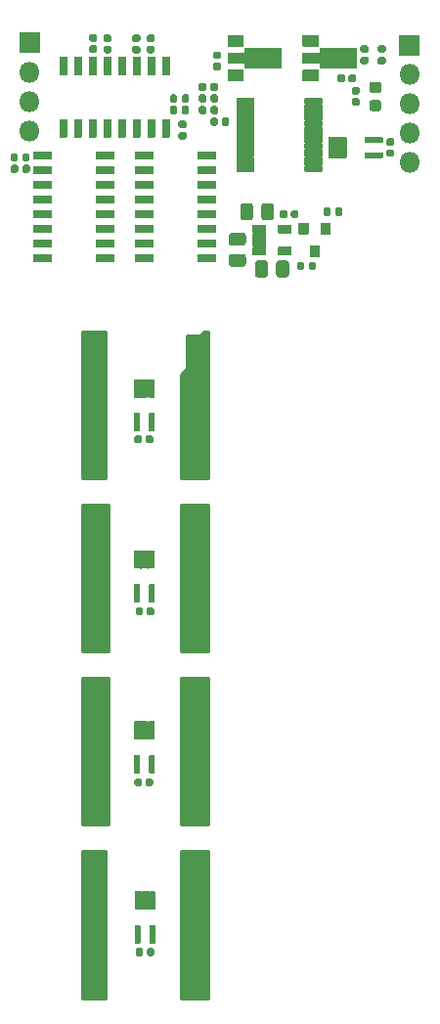
<source format=gbr>
G04 #@! TF.GenerationSoftware,KiCad,Pcbnew,(5.1.9)-1*
G04 #@! TF.CreationDate,2021-06-08T15:39:03+02:00*
G04 #@! TF.ProjectId,TempSpike,54656d70-5370-4696-9b65-2e6b69636164,rev?*
G04 #@! TF.SameCoordinates,Original*
G04 #@! TF.FileFunction,Soldermask,Top*
G04 #@! TF.FilePolarity,Negative*
%FSLAX46Y46*%
G04 Gerber Fmt 4.6, Leading zero omitted, Abs format (unit mm)*
G04 Created by KiCad (PCBNEW (5.1.9)-1) date 2021-06-08 15:39:03*
%MOMM*%
%LPD*%
G01*
G04 APERTURE LIST*
%ADD10O,1.802000X1.802000*%
%ADD11C,0.100000*%
%ADD12C,0.254000*%
G04 APERTURE END LIST*
G36*
G01*
X142379000Y-52310500D02*
X142379000Y-51889500D01*
G75*
G02*
X142539500Y-51729000I160500J0D01*
G01*
X142860500Y-51729000D01*
G75*
G02*
X143021000Y-51889500I0J-160500D01*
G01*
X143021000Y-52310500D01*
G75*
G02*
X142860500Y-52471000I-160500J0D01*
G01*
X142539500Y-52471000D01*
G75*
G02*
X142379000Y-52310500I0J160500D01*
G01*
G37*
G36*
G01*
X141359000Y-52310500D02*
X141359000Y-51889500D01*
G75*
G02*
X141519500Y-51729000I160500J0D01*
G01*
X141840500Y-51729000D01*
G75*
G02*
X142001000Y-51889500I0J-160500D01*
G01*
X142001000Y-52310500D01*
G75*
G02*
X141840500Y-52471000I-160500J0D01*
G01*
X141519500Y-52471000D01*
G75*
G02*
X141359000Y-52310500I0J160500D01*
G01*
G37*
G36*
G01*
X157659000Y-46210500D02*
X157659000Y-45789500D01*
G75*
G02*
X157819500Y-45629000I160500J0D01*
G01*
X158140500Y-45629000D01*
G75*
G02*
X158301000Y-45789500I0J-160500D01*
G01*
X158301000Y-46210500D01*
G75*
G02*
X158140500Y-46371000I-160500J0D01*
G01*
X157819500Y-46371000D01*
G75*
G02*
X157659000Y-46210500I0J160500D01*
G01*
G37*
G36*
G01*
X158679000Y-46210500D02*
X158679000Y-45789500D01*
G75*
G02*
X158839500Y-45629000I160500J0D01*
G01*
X159160500Y-45629000D01*
G75*
G02*
X159321000Y-45789500I0J-160500D01*
G01*
X159321000Y-46210500D01*
G75*
G02*
X159160500Y-46371000I-160500J0D01*
G01*
X158839500Y-46371000D01*
G75*
G02*
X158679000Y-46210500I0J160500D01*
G01*
G37*
G36*
G01*
X158689000Y-48210500D02*
X158689000Y-47789500D01*
G75*
G02*
X158849500Y-47629000I160500J0D01*
G01*
X159170500Y-47629000D01*
G75*
G02*
X159331000Y-47789500I0J-160500D01*
G01*
X159331000Y-48210500D01*
G75*
G02*
X159170500Y-48371000I-160500J0D01*
G01*
X158849500Y-48371000D01*
G75*
G02*
X158689000Y-48210500I0J160500D01*
G01*
G37*
G36*
G01*
X157669000Y-48210500D02*
X157669000Y-47789500D01*
G75*
G02*
X157829500Y-47629000I160500J0D01*
G01*
X158150500Y-47629000D01*
G75*
G02*
X158311000Y-47789500I0J-160500D01*
G01*
X158311000Y-48210500D01*
G75*
G02*
X158150500Y-48371000I-160500J0D01*
G01*
X157829500Y-48371000D01*
G75*
G02*
X157669000Y-48210500I0J160500D01*
G01*
G37*
G36*
G01*
X141379000Y-53310500D02*
X141379000Y-52889500D01*
G75*
G02*
X141539500Y-52729000I160500J0D01*
G01*
X141860500Y-52729000D01*
G75*
G02*
X142021000Y-52889500I0J-160500D01*
G01*
X142021000Y-53310500D01*
G75*
G02*
X141860500Y-53471000I-160500J0D01*
G01*
X141539500Y-53471000D01*
G75*
G02*
X141379000Y-53310500I0J160500D01*
G01*
G37*
G36*
G01*
X142399000Y-53310500D02*
X142399000Y-52889500D01*
G75*
G02*
X142559500Y-52729000I160500J0D01*
G01*
X142880500Y-52729000D01*
G75*
G02*
X143041000Y-52889500I0J-160500D01*
G01*
X143041000Y-53310500D01*
G75*
G02*
X142880500Y-53471000I-160500J0D01*
G01*
X142559500Y-53471000D01*
G75*
G02*
X142399000Y-53310500I0J160500D01*
G01*
G37*
G36*
G01*
X156179000Y-48210500D02*
X156179000Y-47789500D01*
G75*
G02*
X156339500Y-47629000I160500J0D01*
G01*
X156660500Y-47629000D01*
G75*
G02*
X156821000Y-47789500I0J-160500D01*
G01*
X156821000Y-48210500D01*
G75*
G02*
X156660500Y-48371000I-160500J0D01*
G01*
X156339500Y-48371000D01*
G75*
G02*
X156179000Y-48210500I0J160500D01*
G01*
G37*
G36*
G01*
X155159000Y-48210500D02*
X155159000Y-47789500D01*
G75*
G02*
X155319500Y-47629000I160500J0D01*
G01*
X155640500Y-47629000D01*
G75*
G02*
X155801000Y-47789500I0J-160500D01*
G01*
X155801000Y-48210500D01*
G75*
G02*
X155640500Y-48371000I-160500J0D01*
G01*
X155319500Y-48371000D01*
G75*
G02*
X155159000Y-48210500I0J160500D01*
G01*
G37*
G36*
G01*
X158689000Y-47210500D02*
X158689000Y-46789500D01*
G75*
G02*
X158849500Y-46629000I160500J0D01*
G01*
X159170500Y-46629000D01*
G75*
G02*
X159331000Y-46789500I0J-160500D01*
G01*
X159331000Y-47210500D01*
G75*
G02*
X159170500Y-47371000I-160500J0D01*
G01*
X158849500Y-47371000D01*
G75*
G02*
X158689000Y-47210500I0J160500D01*
G01*
G37*
G36*
G01*
X157669000Y-47210500D02*
X157669000Y-46789500D01*
G75*
G02*
X157829500Y-46629000I160500J0D01*
G01*
X158150500Y-46629000D01*
G75*
G02*
X158311000Y-46789500I0J-160500D01*
G01*
X158311000Y-47210500D01*
G75*
G02*
X158150500Y-47371000I-160500J0D01*
G01*
X157829500Y-47371000D01*
G75*
G02*
X157669000Y-47210500I0J160500D01*
G01*
G37*
G36*
G01*
X155159000Y-47210500D02*
X155159000Y-46789500D01*
G75*
G02*
X155319500Y-46629000I160500J0D01*
G01*
X155640500Y-46629000D01*
G75*
G02*
X155801000Y-46789500I0J-160500D01*
G01*
X155801000Y-47210500D01*
G75*
G02*
X155640500Y-47371000I-160500J0D01*
G01*
X155319500Y-47371000D01*
G75*
G02*
X155159000Y-47210500I0J160500D01*
G01*
G37*
G36*
G01*
X156179000Y-47210500D02*
X156179000Y-46789500D01*
G75*
G02*
X156339500Y-46629000I160500J0D01*
G01*
X156660500Y-46629000D01*
G75*
G02*
X156821000Y-46789500I0J-160500D01*
G01*
X156821000Y-47210500D01*
G75*
G02*
X156660500Y-47371000I-160500J0D01*
G01*
X156339500Y-47371000D01*
G75*
G02*
X156179000Y-47210500I0J160500D01*
G01*
G37*
G36*
G01*
X150371000Y-60515000D02*
X150371000Y-61115000D01*
G75*
G02*
X150320000Y-61166000I-51000J0D01*
G01*
X148820000Y-61166000D01*
G75*
G02*
X148769000Y-61115000I0J51000D01*
G01*
X148769000Y-60515000D01*
G75*
G02*
X148820000Y-60464000I51000J0D01*
G01*
X150320000Y-60464000D01*
G75*
G02*
X150371000Y-60515000I0J-51000D01*
G01*
G37*
G36*
G01*
X150371000Y-59245000D02*
X150371000Y-59845000D01*
G75*
G02*
X150320000Y-59896000I-51000J0D01*
G01*
X148820000Y-59896000D01*
G75*
G02*
X148769000Y-59845000I0J51000D01*
G01*
X148769000Y-59245000D01*
G75*
G02*
X148820000Y-59194000I51000J0D01*
G01*
X150320000Y-59194000D01*
G75*
G02*
X150371000Y-59245000I0J-51000D01*
G01*
G37*
G36*
G01*
X150371000Y-57975000D02*
X150371000Y-58575000D01*
G75*
G02*
X150320000Y-58626000I-51000J0D01*
G01*
X148820000Y-58626000D01*
G75*
G02*
X148769000Y-58575000I0J51000D01*
G01*
X148769000Y-57975000D01*
G75*
G02*
X148820000Y-57924000I51000J0D01*
G01*
X150320000Y-57924000D01*
G75*
G02*
X150371000Y-57975000I0J-51000D01*
G01*
G37*
G36*
G01*
X150371000Y-56705000D02*
X150371000Y-57305000D01*
G75*
G02*
X150320000Y-57356000I-51000J0D01*
G01*
X148820000Y-57356000D01*
G75*
G02*
X148769000Y-57305000I0J51000D01*
G01*
X148769000Y-56705000D01*
G75*
G02*
X148820000Y-56654000I51000J0D01*
G01*
X150320000Y-56654000D01*
G75*
G02*
X150371000Y-56705000I0J-51000D01*
G01*
G37*
G36*
G01*
X150371000Y-55435000D02*
X150371000Y-56035000D01*
G75*
G02*
X150320000Y-56086000I-51000J0D01*
G01*
X148820000Y-56086000D01*
G75*
G02*
X148769000Y-56035000I0J51000D01*
G01*
X148769000Y-55435000D01*
G75*
G02*
X148820000Y-55384000I51000J0D01*
G01*
X150320000Y-55384000D01*
G75*
G02*
X150371000Y-55435000I0J-51000D01*
G01*
G37*
G36*
G01*
X150371000Y-54165000D02*
X150371000Y-54765000D01*
G75*
G02*
X150320000Y-54816000I-51000J0D01*
G01*
X148820000Y-54816000D01*
G75*
G02*
X148769000Y-54765000I0J51000D01*
G01*
X148769000Y-54165000D01*
G75*
G02*
X148820000Y-54114000I51000J0D01*
G01*
X150320000Y-54114000D01*
G75*
G02*
X150371000Y-54165000I0J-51000D01*
G01*
G37*
G36*
G01*
X150371000Y-52895000D02*
X150371000Y-53495000D01*
G75*
G02*
X150320000Y-53546000I-51000J0D01*
G01*
X148820000Y-53546000D01*
G75*
G02*
X148769000Y-53495000I0J51000D01*
G01*
X148769000Y-52895000D01*
G75*
G02*
X148820000Y-52844000I51000J0D01*
G01*
X150320000Y-52844000D01*
G75*
G02*
X150371000Y-52895000I0J-51000D01*
G01*
G37*
G36*
G01*
X150371000Y-51625000D02*
X150371000Y-52225000D01*
G75*
G02*
X150320000Y-52276000I-51000J0D01*
G01*
X148820000Y-52276000D01*
G75*
G02*
X148769000Y-52225000I0J51000D01*
G01*
X148769000Y-51625000D01*
G75*
G02*
X148820000Y-51574000I51000J0D01*
G01*
X150320000Y-51574000D01*
G75*
G02*
X150371000Y-51625000I0J-51000D01*
G01*
G37*
G36*
G01*
X144971000Y-51625000D02*
X144971000Y-52225000D01*
G75*
G02*
X144920000Y-52276000I-51000J0D01*
G01*
X143420000Y-52276000D01*
G75*
G02*
X143369000Y-52225000I0J51000D01*
G01*
X143369000Y-51625000D01*
G75*
G02*
X143420000Y-51574000I51000J0D01*
G01*
X144920000Y-51574000D01*
G75*
G02*
X144971000Y-51625000I0J-51000D01*
G01*
G37*
G36*
G01*
X144971000Y-52895000D02*
X144971000Y-53495000D01*
G75*
G02*
X144920000Y-53546000I-51000J0D01*
G01*
X143420000Y-53546000D01*
G75*
G02*
X143369000Y-53495000I0J51000D01*
G01*
X143369000Y-52895000D01*
G75*
G02*
X143420000Y-52844000I51000J0D01*
G01*
X144920000Y-52844000D01*
G75*
G02*
X144971000Y-52895000I0J-51000D01*
G01*
G37*
G36*
G01*
X144971000Y-54165000D02*
X144971000Y-54765000D01*
G75*
G02*
X144920000Y-54816000I-51000J0D01*
G01*
X143420000Y-54816000D01*
G75*
G02*
X143369000Y-54765000I0J51000D01*
G01*
X143369000Y-54165000D01*
G75*
G02*
X143420000Y-54114000I51000J0D01*
G01*
X144920000Y-54114000D01*
G75*
G02*
X144971000Y-54165000I0J-51000D01*
G01*
G37*
G36*
G01*
X144971000Y-55435000D02*
X144971000Y-56035000D01*
G75*
G02*
X144920000Y-56086000I-51000J0D01*
G01*
X143420000Y-56086000D01*
G75*
G02*
X143369000Y-56035000I0J51000D01*
G01*
X143369000Y-55435000D01*
G75*
G02*
X143420000Y-55384000I51000J0D01*
G01*
X144920000Y-55384000D01*
G75*
G02*
X144971000Y-55435000I0J-51000D01*
G01*
G37*
G36*
G01*
X144971000Y-56705000D02*
X144971000Y-57305000D01*
G75*
G02*
X144920000Y-57356000I-51000J0D01*
G01*
X143420000Y-57356000D01*
G75*
G02*
X143369000Y-57305000I0J51000D01*
G01*
X143369000Y-56705000D01*
G75*
G02*
X143420000Y-56654000I51000J0D01*
G01*
X144920000Y-56654000D01*
G75*
G02*
X144971000Y-56705000I0J-51000D01*
G01*
G37*
G36*
G01*
X144971000Y-57975000D02*
X144971000Y-58575000D01*
G75*
G02*
X144920000Y-58626000I-51000J0D01*
G01*
X143420000Y-58626000D01*
G75*
G02*
X143369000Y-58575000I0J51000D01*
G01*
X143369000Y-57975000D01*
G75*
G02*
X143420000Y-57924000I51000J0D01*
G01*
X144920000Y-57924000D01*
G75*
G02*
X144971000Y-57975000I0J-51000D01*
G01*
G37*
G36*
G01*
X144971000Y-59245000D02*
X144971000Y-59845000D01*
G75*
G02*
X144920000Y-59896000I-51000J0D01*
G01*
X143420000Y-59896000D01*
G75*
G02*
X143369000Y-59845000I0J51000D01*
G01*
X143369000Y-59245000D01*
G75*
G02*
X143420000Y-59194000I51000J0D01*
G01*
X144920000Y-59194000D01*
G75*
G02*
X144971000Y-59245000I0J-51000D01*
G01*
G37*
G36*
G01*
X144971000Y-60515000D02*
X144971000Y-61115000D01*
G75*
G02*
X144920000Y-61166000I-51000J0D01*
G01*
X143420000Y-61166000D01*
G75*
G02*
X143369000Y-61115000I0J51000D01*
G01*
X143369000Y-60515000D01*
G75*
G02*
X143420000Y-60464000I51000J0D01*
G01*
X144920000Y-60464000D01*
G75*
G02*
X144971000Y-60515000I0J-51000D01*
G01*
G37*
G36*
G01*
X159121000Y-60515000D02*
X159121000Y-61115000D01*
G75*
G02*
X159070000Y-61166000I-51000J0D01*
G01*
X157570000Y-61166000D01*
G75*
G02*
X157519000Y-61115000I0J51000D01*
G01*
X157519000Y-60515000D01*
G75*
G02*
X157570000Y-60464000I51000J0D01*
G01*
X159070000Y-60464000D01*
G75*
G02*
X159121000Y-60515000I0J-51000D01*
G01*
G37*
G36*
G01*
X159121000Y-59245000D02*
X159121000Y-59845000D01*
G75*
G02*
X159070000Y-59896000I-51000J0D01*
G01*
X157570000Y-59896000D01*
G75*
G02*
X157519000Y-59845000I0J51000D01*
G01*
X157519000Y-59245000D01*
G75*
G02*
X157570000Y-59194000I51000J0D01*
G01*
X159070000Y-59194000D01*
G75*
G02*
X159121000Y-59245000I0J-51000D01*
G01*
G37*
G36*
G01*
X159121000Y-57975000D02*
X159121000Y-58575000D01*
G75*
G02*
X159070000Y-58626000I-51000J0D01*
G01*
X157570000Y-58626000D01*
G75*
G02*
X157519000Y-58575000I0J51000D01*
G01*
X157519000Y-57975000D01*
G75*
G02*
X157570000Y-57924000I51000J0D01*
G01*
X159070000Y-57924000D01*
G75*
G02*
X159121000Y-57975000I0J-51000D01*
G01*
G37*
G36*
G01*
X159121000Y-56705000D02*
X159121000Y-57305000D01*
G75*
G02*
X159070000Y-57356000I-51000J0D01*
G01*
X157570000Y-57356000D01*
G75*
G02*
X157519000Y-57305000I0J51000D01*
G01*
X157519000Y-56705000D01*
G75*
G02*
X157570000Y-56654000I51000J0D01*
G01*
X159070000Y-56654000D01*
G75*
G02*
X159121000Y-56705000I0J-51000D01*
G01*
G37*
G36*
G01*
X159121000Y-55435000D02*
X159121000Y-56035000D01*
G75*
G02*
X159070000Y-56086000I-51000J0D01*
G01*
X157570000Y-56086000D01*
G75*
G02*
X157519000Y-56035000I0J51000D01*
G01*
X157519000Y-55435000D01*
G75*
G02*
X157570000Y-55384000I51000J0D01*
G01*
X159070000Y-55384000D01*
G75*
G02*
X159121000Y-55435000I0J-51000D01*
G01*
G37*
G36*
G01*
X159121000Y-54165000D02*
X159121000Y-54765000D01*
G75*
G02*
X159070000Y-54816000I-51000J0D01*
G01*
X157570000Y-54816000D01*
G75*
G02*
X157519000Y-54765000I0J51000D01*
G01*
X157519000Y-54165000D01*
G75*
G02*
X157570000Y-54114000I51000J0D01*
G01*
X159070000Y-54114000D01*
G75*
G02*
X159121000Y-54165000I0J-51000D01*
G01*
G37*
G36*
G01*
X159121000Y-52895000D02*
X159121000Y-53495000D01*
G75*
G02*
X159070000Y-53546000I-51000J0D01*
G01*
X157570000Y-53546000D01*
G75*
G02*
X157519000Y-53495000I0J51000D01*
G01*
X157519000Y-52895000D01*
G75*
G02*
X157570000Y-52844000I51000J0D01*
G01*
X159070000Y-52844000D01*
G75*
G02*
X159121000Y-52895000I0J-51000D01*
G01*
G37*
G36*
G01*
X159121000Y-51625000D02*
X159121000Y-52225000D01*
G75*
G02*
X159070000Y-52276000I-51000J0D01*
G01*
X157570000Y-52276000D01*
G75*
G02*
X157519000Y-52225000I0J51000D01*
G01*
X157519000Y-51625000D01*
G75*
G02*
X157570000Y-51574000I51000J0D01*
G01*
X159070000Y-51574000D01*
G75*
G02*
X159121000Y-51625000I0J-51000D01*
G01*
G37*
G36*
G01*
X153721000Y-51625000D02*
X153721000Y-52225000D01*
G75*
G02*
X153670000Y-52276000I-51000J0D01*
G01*
X152170000Y-52276000D01*
G75*
G02*
X152119000Y-52225000I0J51000D01*
G01*
X152119000Y-51625000D01*
G75*
G02*
X152170000Y-51574000I51000J0D01*
G01*
X153670000Y-51574000D01*
G75*
G02*
X153721000Y-51625000I0J-51000D01*
G01*
G37*
G36*
G01*
X153721000Y-52895000D02*
X153721000Y-53495000D01*
G75*
G02*
X153670000Y-53546000I-51000J0D01*
G01*
X152170000Y-53546000D01*
G75*
G02*
X152119000Y-53495000I0J51000D01*
G01*
X152119000Y-52895000D01*
G75*
G02*
X152170000Y-52844000I51000J0D01*
G01*
X153670000Y-52844000D01*
G75*
G02*
X153721000Y-52895000I0J-51000D01*
G01*
G37*
G36*
G01*
X153721000Y-54165000D02*
X153721000Y-54765000D01*
G75*
G02*
X153670000Y-54816000I-51000J0D01*
G01*
X152170000Y-54816000D01*
G75*
G02*
X152119000Y-54765000I0J51000D01*
G01*
X152119000Y-54165000D01*
G75*
G02*
X152170000Y-54114000I51000J0D01*
G01*
X153670000Y-54114000D01*
G75*
G02*
X153721000Y-54165000I0J-51000D01*
G01*
G37*
G36*
G01*
X153721000Y-55435000D02*
X153721000Y-56035000D01*
G75*
G02*
X153670000Y-56086000I-51000J0D01*
G01*
X152170000Y-56086000D01*
G75*
G02*
X152119000Y-56035000I0J51000D01*
G01*
X152119000Y-55435000D01*
G75*
G02*
X152170000Y-55384000I51000J0D01*
G01*
X153670000Y-55384000D01*
G75*
G02*
X153721000Y-55435000I0J-51000D01*
G01*
G37*
G36*
G01*
X153721000Y-56705000D02*
X153721000Y-57305000D01*
G75*
G02*
X153670000Y-57356000I-51000J0D01*
G01*
X152170000Y-57356000D01*
G75*
G02*
X152119000Y-57305000I0J51000D01*
G01*
X152119000Y-56705000D01*
G75*
G02*
X152170000Y-56654000I51000J0D01*
G01*
X153670000Y-56654000D01*
G75*
G02*
X153721000Y-56705000I0J-51000D01*
G01*
G37*
G36*
G01*
X153721000Y-57975000D02*
X153721000Y-58575000D01*
G75*
G02*
X153670000Y-58626000I-51000J0D01*
G01*
X152170000Y-58626000D01*
G75*
G02*
X152119000Y-58575000I0J51000D01*
G01*
X152119000Y-57975000D01*
G75*
G02*
X152170000Y-57924000I51000J0D01*
G01*
X153670000Y-57924000D01*
G75*
G02*
X153721000Y-57975000I0J-51000D01*
G01*
G37*
G36*
G01*
X153721000Y-59245000D02*
X153721000Y-59845000D01*
G75*
G02*
X153670000Y-59896000I-51000J0D01*
G01*
X152170000Y-59896000D01*
G75*
G02*
X152119000Y-59845000I0J51000D01*
G01*
X152119000Y-59245000D01*
G75*
G02*
X152170000Y-59194000I51000J0D01*
G01*
X153670000Y-59194000D01*
G75*
G02*
X153721000Y-59245000I0J-51000D01*
G01*
G37*
G36*
G01*
X153721000Y-60515000D02*
X153721000Y-61115000D01*
G75*
G02*
X153670000Y-61166000I-51000J0D01*
G01*
X152170000Y-61166000D01*
G75*
G02*
X152119000Y-61115000I0J51000D01*
G01*
X152119000Y-60515000D01*
G75*
G02*
X152170000Y-60464000I51000J0D01*
G01*
X153670000Y-60464000D01*
G75*
G02*
X153721000Y-60515000I0J-51000D01*
G01*
G37*
G36*
G01*
X142101000Y-43006000D02*
X142101000Y-41306000D01*
G75*
G02*
X142152000Y-41255000I51000J0D01*
G01*
X143852000Y-41255000D01*
G75*
G02*
X143903000Y-41306000I0J-51000D01*
G01*
X143903000Y-43006000D01*
G75*
G02*
X143852000Y-43057000I-51000J0D01*
G01*
X142152000Y-43057000D01*
G75*
G02*
X142101000Y-43006000I0J51000D01*
G01*
G37*
D10*
X143002000Y-44696000D03*
X143002000Y-47236000D03*
X143002000Y-49776000D03*
G36*
G01*
X174994000Y-43244000D02*
X174994000Y-41544000D01*
G75*
G02*
X175045000Y-41493000I51000J0D01*
G01*
X176745000Y-41493000D01*
G75*
G02*
X176796000Y-41544000I0J-51000D01*
G01*
X176796000Y-43244000D01*
G75*
G02*
X176745000Y-43295000I-51000J0D01*
G01*
X175045000Y-43295000D01*
G75*
G02*
X174994000Y-43244000I0J51000D01*
G01*
G37*
X175895000Y-44934000D03*
X175895000Y-47474000D03*
X175895000Y-50014000D03*
X175895000Y-52554000D03*
G36*
G01*
X173614040Y-51700240D02*
X173614040Y-52100240D01*
G75*
G02*
X173563040Y-52151240I-51000J0D01*
G01*
X172063040Y-52151240D01*
G75*
G02*
X172012040Y-52100240I0J51000D01*
G01*
X172012040Y-51700240D01*
G75*
G02*
X172063040Y-51649240I51000J0D01*
G01*
X173563040Y-51649240D01*
G75*
G02*
X173614040Y-51700240I0J-51000D01*
G01*
G37*
G36*
G01*
X170487960Y-51050000D02*
X170487960Y-51450000D01*
G75*
G02*
X170436960Y-51501000I-51000J0D01*
G01*
X168936960Y-51501000D01*
G75*
G02*
X168885960Y-51450000I0J51000D01*
G01*
X168885960Y-51050000D01*
G75*
G02*
X168936960Y-50999000I51000J0D01*
G01*
X170436960Y-50999000D01*
G75*
G02*
X170487960Y-51050000I0J-51000D01*
G01*
G37*
G36*
G01*
X173614040Y-50399760D02*
X173614040Y-50799760D01*
G75*
G02*
X173563040Y-50850760I-51000J0D01*
G01*
X172063040Y-50850760D01*
G75*
G02*
X172012040Y-50799760I0J51000D01*
G01*
X172012040Y-50399760D01*
G75*
G02*
X172063040Y-50348760I51000J0D01*
G01*
X173563040Y-50348760D01*
G75*
G02*
X173614040Y-50399760I0J-51000D01*
G01*
G37*
G36*
G01*
X170487960Y-50400000D02*
X170487960Y-50800000D01*
G75*
G02*
X170436960Y-50851000I-51000J0D01*
G01*
X168936960Y-50851000D01*
G75*
G02*
X168885960Y-50800000I0J51000D01*
G01*
X168885960Y-50400000D01*
G75*
G02*
X168936960Y-50349000I51000J0D01*
G01*
X170436960Y-50349000D01*
G75*
G02*
X170487960Y-50400000I0J-51000D01*
G01*
G37*
G36*
G01*
X170487960Y-51700240D02*
X170487960Y-52100240D01*
G75*
G02*
X170436960Y-52151240I-51000J0D01*
G01*
X168936960Y-52151240D01*
G75*
G02*
X168885960Y-52100240I0J51000D01*
G01*
X168885960Y-51700240D01*
G75*
G02*
X168936960Y-51649240I51000J0D01*
G01*
X170436960Y-51649240D01*
G75*
G02*
X170487960Y-51700240I0J-51000D01*
G01*
G37*
G36*
G01*
X171445500Y-46648500D02*
X171054500Y-46648500D01*
G75*
G02*
X170889000Y-46483000I0J165500D01*
G01*
X170889000Y-46152000D01*
G75*
G02*
X171054500Y-45986500I165500J0D01*
G01*
X171445500Y-45986500D01*
G75*
G02*
X171611000Y-46152000I0J-165500D01*
G01*
X171611000Y-46483000D01*
G75*
G02*
X171445500Y-46648500I-165500J0D01*
G01*
G37*
G36*
G01*
X171445500Y-47608500D02*
X171054500Y-47608500D01*
G75*
G02*
X170889000Y-47443000I0J165500D01*
G01*
X170889000Y-47112000D01*
G75*
G02*
X171054500Y-46946500I165500J0D01*
G01*
X171445500Y-46946500D01*
G75*
G02*
X171611000Y-47112000I0J-165500D01*
G01*
X171611000Y-47443000D01*
G75*
G02*
X171445500Y-47608500I-165500J0D01*
G01*
G37*
G36*
G01*
X173710500Y-43025000D02*
X173289500Y-43025000D01*
G75*
G02*
X173129000Y-42864500I0J160500D01*
G01*
X173129000Y-42543500D01*
G75*
G02*
X173289500Y-42383000I160500J0D01*
G01*
X173710500Y-42383000D01*
G75*
G02*
X173871000Y-42543500I0J-160500D01*
G01*
X173871000Y-42864500D01*
G75*
G02*
X173710500Y-43025000I-160500J0D01*
G01*
G37*
G36*
G01*
X173710500Y-44045000D02*
X173289500Y-44045000D01*
G75*
G02*
X173129000Y-43884500I0J160500D01*
G01*
X173129000Y-43563500D01*
G75*
G02*
X173289500Y-43403000I160500J0D01*
G01*
X173710500Y-43403000D01*
G75*
G02*
X173871000Y-43563500I0J-160500D01*
G01*
X173871000Y-43884500D01*
G75*
G02*
X173710500Y-44045000I-160500J0D01*
G01*
G37*
G36*
G01*
X167821000Y-61289500D02*
X167821000Y-61710500D01*
G75*
G02*
X167660500Y-61871000I-160500J0D01*
G01*
X167339500Y-61871000D01*
G75*
G02*
X167179000Y-61710500I0J160500D01*
G01*
X167179000Y-61289500D01*
G75*
G02*
X167339500Y-61129000I160500J0D01*
G01*
X167660500Y-61129000D01*
G75*
G02*
X167821000Y-61289500I0J-160500D01*
G01*
G37*
G36*
G01*
X166801000Y-61289500D02*
X166801000Y-61710500D01*
G75*
G02*
X166640500Y-61871000I-160500J0D01*
G01*
X166319500Y-61871000D01*
G75*
G02*
X166159000Y-61710500I0J160500D01*
G01*
X166159000Y-61289500D01*
G75*
G02*
X166319500Y-61129000I160500J0D01*
G01*
X166640500Y-61129000D01*
G75*
G02*
X166801000Y-61289500I0J-160500D01*
G01*
G37*
G36*
G01*
X173226750Y-48100000D02*
X172663250Y-48100000D01*
G75*
G02*
X172419000Y-47855750I0J244250D01*
G01*
X172419000Y-47367250D01*
G75*
G02*
X172663250Y-47123000I244250J0D01*
G01*
X173226750Y-47123000D01*
G75*
G02*
X173471000Y-47367250I0J-244250D01*
G01*
X173471000Y-47855750D01*
G75*
G02*
X173226750Y-48100000I-244250J0D01*
G01*
G37*
G36*
G01*
X173226750Y-46525000D02*
X172663250Y-46525000D01*
G75*
G02*
X172419000Y-46280750I0J244250D01*
G01*
X172419000Y-45792250D01*
G75*
G02*
X172663250Y-45548000I244250J0D01*
G01*
X173226750Y-45548000D01*
G75*
G02*
X173471000Y-45792250I0J-244250D01*
G01*
X173471000Y-46280750D01*
G75*
G02*
X173226750Y-46525000I-244250J0D01*
G01*
G37*
G36*
G01*
X174054500Y-51379000D02*
X174445500Y-51379000D01*
G75*
G02*
X174611000Y-51544500I0J-165500D01*
G01*
X174611000Y-51875500D01*
G75*
G02*
X174445500Y-52041000I-165500J0D01*
G01*
X174054500Y-52041000D01*
G75*
G02*
X173889000Y-51875500I0J165500D01*
G01*
X173889000Y-51544500D01*
G75*
G02*
X174054500Y-51379000I165500J0D01*
G01*
G37*
G36*
G01*
X174054500Y-50419000D02*
X174445500Y-50419000D01*
G75*
G02*
X174611000Y-50584500I0J-165500D01*
G01*
X174611000Y-50915500D01*
G75*
G02*
X174445500Y-51081000I-165500J0D01*
G01*
X174054500Y-51081000D01*
G75*
G02*
X173889000Y-50915500I0J165500D01*
G01*
X173889000Y-50584500D01*
G75*
G02*
X174054500Y-50419000I165500J0D01*
G01*
G37*
G36*
G01*
X160149000Y-42450000D02*
X160149000Y-41550000D01*
G75*
G02*
X160200000Y-41499000I51000J0D01*
G01*
X161500000Y-41499000D01*
G75*
G02*
X161551000Y-41550000I0J-51000D01*
G01*
X161551000Y-42450000D01*
G75*
G02*
X161500000Y-42501000I-51000J0D01*
G01*
X160200000Y-42501000D01*
G75*
G02*
X160149000Y-42450000I0J51000D01*
G01*
G37*
G36*
G01*
X160149000Y-45450000D02*
X160149000Y-44550000D01*
G75*
G02*
X160200000Y-44499000I51000J0D01*
G01*
X161500000Y-44499000D01*
G75*
G02*
X161551000Y-44550000I0J-51000D01*
G01*
X161551000Y-45450000D01*
G75*
G02*
X161500000Y-45501000I-51000J0D01*
G01*
X160200000Y-45501000D01*
G75*
G02*
X160149000Y-45450000I0J51000D01*
G01*
G37*
D11*
G36*
X164809950Y-42583480D02*
G01*
X164819517Y-42586382D01*
X164828334Y-42591095D01*
X164836062Y-42597438D01*
X164842405Y-42605166D01*
X164847118Y-42613983D01*
X164850020Y-42623550D01*
X164851000Y-42633500D01*
X164851000Y-44366500D01*
X164850020Y-44376450D01*
X164847118Y-44386017D01*
X164842405Y-44394834D01*
X164836062Y-44402562D01*
X164828334Y-44408905D01*
X164819517Y-44413618D01*
X164809950Y-44416520D01*
X164800000Y-44417500D01*
X161675000Y-44417500D01*
X161665050Y-44416520D01*
X161655483Y-44413618D01*
X161646666Y-44408905D01*
X161638938Y-44402562D01*
X161632595Y-44394834D01*
X161627882Y-44386017D01*
X161624980Y-44376450D01*
X161624000Y-44366500D01*
X161624000Y-44001000D01*
X160200000Y-44001000D01*
X160190050Y-44000020D01*
X160180483Y-43997118D01*
X160171666Y-43992405D01*
X160163938Y-43986062D01*
X160157595Y-43978334D01*
X160152882Y-43969517D01*
X160149980Y-43959950D01*
X160149000Y-43950000D01*
X160149000Y-43050000D01*
X160149980Y-43040050D01*
X160152882Y-43030483D01*
X160157595Y-43021666D01*
X160163938Y-43013938D01*
X160171666Y-43007595D01*
X160180483Y-43002882D01*
X160190050Y-42999980D01*
X160200000Y-42999000D01*
X161624000Y-42999000D01*
X161624000Y-42633500D01*
X161624980Y-42623550D01*
X161627882Y-42613983D01*
X161632595Y-42605166D01*
X161638938Y-42597438D01*
X161646666Y-42591095D01*
X161655483Y-42586382D01*
X161665050Y-42583480D01*
X161675000Y-42582500D01*
X164800000Y-42582500D01*
X164809950Y-42583480D01*
G37*
G36*
G01*
X148695500Y-42081000D02*
X148304500Y-42081000D01*
G75*
G02*
X148139000Y-41915500I0J165500D01*
G01*
X148139000Y-41584500D01*
G75*
G02*
X148304500Y-41419000I165500J0D01*
G01*
X148695500Y-41419000D01*
G75*
G02*
X148861000Y-41584500I0J-165500D01*
G01*
X148861000Y-41915500D01*
G75*
G02*
X148695500Y-42081000I-165500J0D01*
G01*
G37*
G36*
G01*
X148695500Y-43041000D02*
X148304500Y-43041000D01*
G75*
G02*
X148139000Y-42875500I0J165500D01*
G01*
X148139000Y-42544500D01*
G75*
G02*
X148304500Y-42379000I165500J0D01*
G01*
X148695500Y-42379000D01*
G75*
G02*
X148861000Y-42544500I0J-165500D01*
G01*
X148861000Y-42875500D01*
G75*
G02*
X148695500Y-43041000I-165500J0D01*
G01*
G37*
G36*
G01*
X165629000Y-57195500D02*
X165629000Y-56804500D01*
G75*
G02*
X165794500Y-56639000I165500J0D01*
G01*
X166125500Y-56639000D01*
G75*
G02*
X166291000Y-56804500I0J-165500D01*
G01*
X166291000Y-57195500D01*
G75*
G02*
X166125500Y-57361000I-165500J0D01*
G01*
X165794500Y-57361000D01*
G75*
G02*
X165629000Y-57195500I0J165500D01*
G01*
G37*
G36*
G01*
X164669000Y-57195500D02*
X164669000Y-56804500D01*
G75*
G02*
X164834500Y-56639000I165500J0D01*
G01*
X165165500Y-56639000D01*
G75*
G02*
X165331000Y-56804500I0J-165500D01*
G01*
X165331000Y-57195500D01*
G75*
G02*
X165165500Y-57361000I-165500J0D01*
G01*
X164834500Y-57361000D01*
G75*
G02*
X164669000Y-57195500I0J165500D01*
G01*
G37*
G36*
G01*
X154525000Y-48769000D02*
X155125000Y-48769000D01*
G75*
G02*
X155176000Y-48820000I0J-51000D01*
G01*
X155176000Y-50320000D01*
G75*
G02*
X155125000Y-50371000I-51000J0D01*
G01*
X154525000Y-50371000D01*
G75*
G02*
X154474000Y-50320000I0J51000D01*
G01*
X154474000Y-48820000D01*
G75*
G02*
X154525000Y-48769000I51000J0D01*
G01*
G37*
G36*
G01*
X153255000Y-48769000D02*
X153855000Y-48769000D01*
G75*
G02*
X153906000Y-48820000I0J-51000D01*
G01*
X153906000Y-50320000D01*
G75*
G02*
X153855000Y-50371000I-51000J0D01*
G01*
X153255000Y-50371000D01*
G75*
G02*
X153204000Y-50320000I0J51000D01*
G01*
X153204000Y-48820000D01*
G75*
G02*
X153255000Y-48769000I51000J0D01*
G01*
G37*
G36*
G01*
X151985000Y-48769000D02*
X152585000Y-48769000D01*
G75*
G02*
X152636000Y-48820000I0J-51000D01*
G01*
X152636000Y-50320000D01*
G75*
G02*
X152585000Y-50371000I-51000J0D01*
G01*
X151985000Y-50371000D01*
G75*
G02*
X151934000Y-50320000I0J51000D01*
G01*
X151934000Y-48820000D01*
G75*
G02*
X151985000Y-48769000I51000J0D01*
G01*
G37*
G36*
G01*
X150715000Y-48769000D02*
X151315000Y-48769000D01*
G75*
G02*
X151366000Y-48820000I0J-51000D01*
G01*
X151366000Y-50320000D01*
G75*
G02*
X151315000Y-50371000I-51000J0D01*
G01*
X150715000Y-50371000D01*
G75*
G02*
X150664000Y-50320000I0J51000D01*
G01*
X150664000Y-48820000D01*
G75*
G02*
X150715000Y-48769000I51000J0D01*
G01*
G37*
G36*
G01*
X149445000Y-48769000D02*
X150045000Y-48769000D01*
G75*
G02*
X150096000Y-48820000I0J-51000D01*
G01*
X150096000Y-50320000D01*
G75*
G02*
X150045000Y-50371000I-51000J0D01*
G01*
X149445000Y-50371000D01*
G75*
G02*
X149394000Y-50320000I0J51000D01*
G01*
X149394000Y-48820000D01*
G75*
G02*
X149445000Y-48769000I51000J0D01*
G01*
G37*
G36*
G01*
X148175000Y-48769000D02*
X148775000Y-48769000D01*
G75*
G02*
X148826000Y-48820000I0J-51000D01*
G01*
X148826000Y-50320000D01*
G75*
G02*
X148775000Y-50371000I-51000J0D01*
G01*
X148175000Y-50371000D01*
G75*
G02*
X148124000Y-50320000I0J51000D01*
G01*
X148124000Y-48820000D01*
G75*
G02*
X148175000Y-48769000I51000J0D01*
G01*
G37*
G36*
G01*
X146905000Y-48769000D02*
X147505000Y-48769000D01*
G75*
G02*
X147556000Y-48820000I0J-51000D01*
G01*
X147556000Y-50320000D01*
G75*
G02*
X147505000Y-50371000I-51000J0D01*
G01*
X146905000Y-50371000D01*
G75*
G02*
X146854000Y-50320000I0J51000D01*
G01*
X146854000Y-48820000D01*
G75*
G02*
X146905000Y-48769000I51000J0D01*
G01*
G37*
G36*
G01*
X145635000Y-48769000D02*
X146235000Y-48769000D01*
G75*
G02*
X146286000Y-48820000I0J-51000D01*
G01*
X146286000Y-50320000D01*
G75*
G02*
X146235000Y-50371000I-51000J0D01*
G01*
X145635000Y-50371000D01*
G75*
G02*
X145584000Y-50320000I0J51000D01*
G01*
X145584000Y-48820000D01*
G75*
G02*
X145635000Y-48769000I51000J0D01*
G01*
G37*
G36*
G01*
X145635000Y-43369000D02*
X146235000Y-43369000D01*
G75*
G02*
X146286000Y-43420000I0J-51000D01*
G01*
X146286000Y-44920000D01*
G75*
G02*
X146235000Y-44971000I-51000J0D01*
G01*
X145635000Y-44971000D01*
G75*
G02*
X145584000Y-44920000I0J51000D01*
G01*
X145584000Y-43420000D01*
G75*
G02*
X145635000Y-43369000I51000J0D01*
G01*
G37*
G36*
G01*
X146905000Y-43369000D02*
X147505000Y-43369000D01*
G75*
G02*
X147556000Y-43420000I0J-51000D01*
G01*
X147556000Y-44920000D01*
G75*
G02*
X147505000Y-44971000I-51000J0D01*
G01*
X146905000Y-44971000D01*
G75*
G02*
X146854000Y-44920000I0J51000D01*
G01*
X146854000Y-43420000D01*
G75*
G02*
X146905000Y-43369000I51000J0D01*
G01*
G37*
G36*
G01*
X148175000Y-43369000D02*
X148775000Y-43369000D01*
G75*
G02*
X148826000Y-43420000I0J-51000D01*
G01*
X148826000Y-44920000D01*
G75*
G02*
X148775000Y-44971000I-51000J0D01*
G01*
X148175000Y-44971000D01*
G75*
G02*
X148124000Y-44920000I0J51000D01*
G01*
X148124000Y-43420000D01*
G75*
G02*
X148175000Y-43369000I51000J0D01*
G01*
G37*
G36*
G01*
X149445000Y-43369000D02*
X150045000Y-43369000D01*
G75*
G02*
X150096000Y-43420000I0J-51000D01*
G01*
X150096000Y-44920000D01*
G75*
G02*
X150045000Y-44971000I-51000J0D01*
G01*
X149445000Y-44971000D01*
G75*
G02*
X149394000Y-44920000I0J51000D01*
G01*
X149394000Y-43420000D01*
G75*
G02*
X149445000Y-43369000I51000J0D01*
G01*
G37*
G36*
G01*
X150715000Y-43369000D02*
X151315000Y-43369000D01*
G75*
G02*
X151366000Y-43420000I0J-51000D01*
G01*
X151366000Y-44920000D01*
G75*
G02*
X151315000Y-44971000I-51000J0D01*
G01*
X150715000Y-44971000D01*
G75*
G02*
X150664000Y-44920000I0J51000D01*
G01*
X150664000Y-43420000D01*
G75*
G02*
X150715000Y-43369000I51000J0D01*
G01*
G37*
G36*
G01*
X151985000Y-43369000D02*
X152585000Y-43369000D01*
G75*
G02*
X152636000Y-43420000I0J-51000D01*
G01*
X152636000Y-44920000D01*
G75*
G02*
X152585000Y-44971000I-51000J0D01*
G01*
X151985000Y-44971000D01*
G75*
G02*
X151934000Y-44920000I0J51000D01*
G01*
X151934000Y-43420000D01*
G75*
G02*
X151985000Y-43369000I51000J0D01*
G01*
G37*
G36*
G01*
X153255000Y-43369000D02*
X153855000Y-43369000D01*
G75*
G02*
X153906000Y-43420000I0J-51000D01*
G01*
X153906000Y-44920000D01*
G75*
G02*
X153855000Y-44971000I-51000J0D01*
G01*
X153255000Y-44971000D01*
G75*
G02*
X153204000Y-44920000I0J51000D01*
G01*
X153204000Y-43420000D01*
G75*
G02*
X153255000Y-43369000I51000J0D01*
G01*
G37*
G36*
G01*
X154525000Y-43369000D02*
X155125000Y-43369000D01*
G75*
G02*
X155176000Y-43420000I0J-51000D01*
G01*
X155176000Y-44920000D01*
G75*
G02*
X155125000Y-44971000I-51000J0D01*
G01*
X154525000Y-44971000D01*
G75*
G02*
X154474000Y-44920000I0J51000D01*
G01*
X154474000Y-43420000D01*
G75*
G02*
X154525000Y-43369000I51000J0D01*
G01*
G37*
G36*
G01*
X160914000Y-47455000D02*
X160914000Y-47005000D01*
G75*
G02*
X160965000Y-46954000I51000J0D01*
G01*
X162415000Y-46954000D01*
G75*
G02*
X162466000Y-47005000I0J-51000D01*
G01*
X162466000Y-47455000D01*
G75*
G02*
X162415000Y-47506000I-51000J0D01*
G01*
X160965000Y-47506000D01*
G75*
G02*
X160914000Y-47455000I0J51000D01*
G01*
G37*
G36*
G01*
X160914000Y-48105000D02*
X160914000Y-47655000D01*
G75*
G02*
X160965000Y-47604000I51000J0D01*
G01*
X162415000Y-47604000D01*
G75*
G02*
X162466000Y-47655000I0J-51000D01*
G01*
X162466000Y-48105000D01*
G75*
G02*
X162415000Y-48156000I-51000J0D01*
G01*
X160965000Y-48156000D01*
G75*
G02*
X160914000Y-48105000I0J51000D01*
G01*
G37*
G36*
G01*
X160914000Y-48755000D02*
X160914000Y-48305000D01*
G75*
G02*
X160965000Y-48254000I51000J0D01*
G01*
X162415000Y-48254000D01*
G75*
G02*
X162466000Y-48305000I0J-51000D01*
G01*
X162466000Y-48755000D01*
G75*
G02*
X162415000Y-48806000I-51000J0D01*
G01*
X160965000Y-48806000D01*
G75*
G02*
X160914000Y-48755000I0J51000D01*
G01*
G37*
G36*
G01*
X160914000Y-49405000D02*
X160914000Y-48955000D01*
G75*
G02*
X160965000Y-48904000I51000J0D01*
G01*
X162415000Y-48904000D01*
G75*
G02*
X162466000Y-48955000I0J-51000D01*
G01*
X162466000Y-49405000D01*
G75*
G02*
X162415000Y-49456000I-51000J0D01*
G01*
X160965000Y-49456000D01*
G75*
G02*
X160914000Y-49405000I0J51000D01*
G01*
G37*
G36*
G01*
X160914000Y-50055000D02*
X160914000Y-49605000D01*
G75*
G02*
X160965000Y-49554000I51000J0D01*
G01*
X162415000Y-49554000D01*
G75*
G02*
X162466000Y-49605000I0J-51000D01*
G01*
X162466000Y-50055000D01*
G75*
G02*
X162415000Y-50106000I-51000J0D01*
G01*
X160965000Y-50106000D01*
G75*
G02*
X160914000Y-50055000I0J51000D01*
G01*
G37*
G36*
G01*
X160914000Y-50705000D02*
X160914000Y-50255000D01*
G75*
G02*
X160965000Y-50204000I51000J0D01*
G01*
X162415000Y-50204000D01*
G75*
G02*
X162466000Y-50255000I0J-51000D01*
G01*
X162466000Y-50705000D01*
G75*
G02*
X162415000Y-50756000I-51000J0D01*
G01*
X160965000Y-50756000D01*
G75*
G02*
X160914000Y-50705000I0J51000D01*
G01*
G37*
G36*
G01*
X160914000Y-51355000D02*
X160914000Y-50905000D01*
G75*
G02*
X160965000Y-50854000I51000J0D01*
G01*
X162415000Y-50854000D01*
G75*
G02*
X162466000Y-50905000I0J-51000D01*
G01*
X162466000Y-51355000D01*
G75*
G02*
X162415000Y-51406000I-51000J0D01*
G01*
X160965000Y-51406000D01*
G75*
G02*
X160914000Y-51355000I0J51000D01*
G01*
G37*
G36*
G01*
X160914000Y-52005000D02*
X160914000Y-51555000D01*
G75*
G02*
X160965000Y-51504000I51000J0D01*
G01*
X162415000Y-51504000D01*
G75*
G02*
X162466000Y-51555000I0J-51000D01*
G01*
X162466000Y-52005000D01*
G75*
G02*
X162415000Y-52056000I-51000J0D01*
G01*
X160965000Y-52056000D01*
G75*
G02*
X160914000Y-52005000I0J51000D01*
G01*
G37*
G36*
G01*
X160914000Y-52655000D02*
X160914000Y-52205000D01*
G75*
G02*
X160965000Y-52154000I51000J0D01*
G01*
X162415000Y-52154000D01*
G75*
G02*
X162466000Y-52205000I0J-51000D01*
G01*
X162466000Y-52655000D01*
G75*
G02*
X162415000Y-52706000I-51000J0D01*
G01*
X160965000Y-52706000D01*
G75*
G02*
X160914000Y-52655000I0J51000D01*
G01*
G37*
G36*
G01*
X160914000Y-53305000D02*
X160914000Y-52855000D01*
G75*
G02*
X160965000Y-52804000I51000J0D01*
G01*
X162415000Y-52804000D01*
G75*
G02*
X162466000Y-52855000I0J-51000D01*
G01*
X162466000Y-53305000D01*
G75*
G02*
X162415000Y-53356000I-51000J0D01*
G01*
X160965000Y-53356000D01*
G75*
G02*
X160914000Y-53305000I0J51000D01*
G01*
G37*
G36*
G01*
X166814000Y-53305000D02*
X166814000Y-52855000D01*
G75*
G02*
X166865000Y-52804000I51000J0D01*
G01*
X168315000Y-52804000D01*
G75*
G02*
X168366000Y-52855000I0J-51000D01*
G01*
X168366000Y-53305000D01*
G75*
G02*
X168315000Y-53356000I-51000J0D01*
G01*
X166865000Y-53356000D01*
G75*
G02*
X166814000Y-53305000I0J51000D01*
G01*
G37*
G36*
G01*
X166814000Y-52655000D02*
X166814000Y-52205000D01*
G75*
G02*
X166865000Y-52154000I51000J0D01*
G01*
X168315000Y-52154000D01*
G75*
G02*
X168366000Y-52205000I0J-51000D01*
G01*
X168366000Y-52655000D01*
G75*
G02*
X168315000Y-52706000I-51000J0D01*
G01*
X166865000Y-52706000D01*
G75*
G02*
X166814000Y-52655000I0J51000D01*
G01*
G37*
G36*
G01*
X166814000Y-52005000D02*
X166814000Y-51555000D01*
G75*
G02*
X166865000Y-51504000I51000J0D01*
G01*
X168315000Y-51504000D01*
G75*
G02*
X168366000Y-51555000I0J-51000D01*
G01*
X168366000Y-52005000D01*
G75*
G02*
X168315000Y-52056000I-51000J0D01*
G01*
X166865000Y-52056000D01*
G75*
G02*
X166814000Y-52005000I0J51000D01*
G01*
G37*
G36*
G01*
X166814000Y-51355000D02*
X166814000Y-50905000D01*
G75*
G02*
X166865000Y-50854000I51000J0D01*
G01*
X168315000Y-50854000D01*
G75*
G02*
X168366000Y-50905000I0J-51000D01*
G01*
X168366000Y-51355000D01*
G75*
G02*
X168315000Y-51406000I-51000J0D01*
G01*
X166865000Y-51406000D01*
G75*
G02*
X166814000Y-51355000I0J51000D01*
G01*
G37*
G36*
G01*
X166814000Y-50705000D02*
X166814000Y-50255000D01*
G75*
G02*
X166865000Y-50204000I51000J0D01*
G01*
X168315000Y-50204000D01*
G75*
G02*
X168366000Y-50255000I0J-51000D01*
G01*
X168366000Y-50705000D01*
G75*
G02*
X168315000Y-50756000I-51000J0D01*
G01*
X166865000Y-50756000D01*
G75*
G02*
X166814000Y-50705000I0J51000D01*
G01*
G37*
G36*
G01*
X166814000Y-50055000D02*
X166814000Y-49605000D01*
G75*
G02*
X166865000Y-49554000I51000J0D01*
G01*
X168315000Y-49554000D01*
G75*
G02*
X168366000Y-49605000I0J-51000D01*
G01*
X168366000Y-50055000D01*
G75*
G02*
X168315000Y-50106000I-51000J0D01*
G01*
X166865000Y-50106000D01*
G75*
G02*
X166814000Y-50055000I0J51000D01*
G01*
G37*
G36*
G01*
X166814000Y-49405000D02*
X166814000Y-48955000D01*
G75*
G02*
X166865000Y-48904000I51000J0D01*
G01*
X168315000Y-48904000D01*
G75*
G02*
X168366000Y-48955000I0J-51000D01*
G01*
X168366000Y-49405000D01*
G75*
G02*
X168315000Y-49456000I-51000J0D01*
G01*
X166865000Y-49456000D01*
G75*
G02*
X166814000Y-49405000I0J51000D01*
G01*
G37*
G36*
G01*
X166814000Y-48755000D02*
X166814000Y-48305000D01*
G75*
G02*
X166865000Y-48254000I51000J0D01*
G01*
X168315000Y-48254000D01*
G75*
G02*
X168366000Y-48305000I0J-51000D01*
G01*
X168366000Y-48755000D01*
G75*
G02*
X168315000Y-48806000I-51000J0D01*
G01*
X166865000Y-48806000D01*
G75*
G02*
X166814000Y-48755000I0J51000D01*
G01*
G37*
G36*
G01*
X166814000Y-48105000D02*
X166814000Y-47655000D01*
G75*
G02*
X166865000Y-47604000I51000J0D01*
G01*
X168315000Y-47604000D01*
G75*
G02*
X168366000Y-47655000I0J-51000D01*
G01*
X168366000Y-48105000D01*
G75*
G02*
X168315000Y-48156000I-51000J0D01*
G01*
X166865000Y-48156000D01*
G75*
G02*
X166814000Y-48105000I0J51000D01*
G01*
G37*
G36*
G01*
X166814000Y-47455000D02*
X166814000Y-47005000D01*
G75*
G02*
X166865000Y-46954000I51000J0D01*
G01*
X168315000Y-46954000D01*
G75*
G02*
X168366000Y-47005000I0J-51000D01*
G01*
X168366000Y-47455000D01*
G75*
G02*
X168315000Y-47506000I-51000J0D01*
G01*
X166865000Y-47506000D01*
G75*
G02*
X166814000Y-47455000I0J51000D01*
G01*
G37*
G36*
G01*
X153695500Y-43081000D02*
X153304500Y-43081000D01*
G75*
G02*
X153139000Y-42915500I0J165500D01*
G01*
X153139000Y-42584500D01*
G75*
G02*
X153304500Y-42419000I165500J0D01*
G01*
X153695500Y-42419000D01*
G75*
G02*
X153861000Y-42584500I0J-165500D01*
G01*
X153861000Y-42915500D01*
G75*
G02*
X153695500Y-43081000I-165500J0D01*
G01*
G37*
G36*
G01*
X153695500Y-42121000D02*
X153304500Y-42121000D01*
G75*
G02*
X153139000Y-41955500I0J165500D01*
G01*
X153139000Y-41624500D01*
G75*
G02*
X153304500Y-41459000I165500J0D01*
G01*
X153695500Y-41459000D01*
G75*
G02*
X153861000Y-41624500I0J-165500D01*
G01*
X153861000Y-41955500D01*
G75*
G02*
X153695500Y-42121000I-165500J0D01*
G01*
G37*
G36*
G01*
X152054500Y-41459000D02*
X152445500Y-41459000D01*
G75*
G02*
X152611000Y-41624500I0J-165500D01*
G01*
X152611000Y-41955500D01*
G75*
G02*
X152445500Y-42121000I-165500J0D01*
G01*
X152054500Y-42121000D01*
G75*
G02*
X151889000Y-41955500I0J165500D01*
G01*
X151889000Y-41624500D01*
G75*
G02*
X152054500Y-41459000I165500J0D01*
G01*
G37*
G36*
G01*
X152054500Y-42419000D02*
X152445500Y-42419000D01*
G75*
G02*
X152611000Y-42584500I0J-165500D01*
G01*
X152611000Y-42915500D01*
G75*
G02*
X152445500Y-43081000I-165500J0D01*
G01*
X152054500Y-43081000D01*
G75*
G02*
X151889000Y-42915500I0J165500D01*
G01*
X151889000Y-42584500D01*
G75*
G02*
X152054500Y-42419000I165500J0D01*
G01*
G37*
G36*
G01*
X171804500Y-43353500D02*
X172195500Y-43353500D01*
G75*
G02*
X172361000Y-43519000I0J-165500D01*
G01*
X172361000Y-43850000D01*
G75*
G02*
X172195500Y-44015500I-165500J0D01*
G01*
X171804500Y-44015500D01*
G75*
G02*
X171639000Y-43850000I0J165500D01*
G01*
X171639000Y-43519000D01*
G75*
G02*
X171804500Y-43353500I165500J0D01*
G01*
G37*
G36*
G01*
X171804500Y-42393500D02*
X172195500Y-42393500D01*
G75*
G02*
X172361000Y-42559000I0J-165500D01*
G01*
X172361000Y-42890000D01*
G75*
G02*
X172195500Y-43055500I-165500J0D01*
G01*
X171804500Y-43055500D01*
G75*
G02*
X171639000Y-42890000I0J165500D01*
G01*
X171639000Y-42559000D01*
G75*
G02*
X171804500Y-42393500I165500J0D01*
G01*
G37*
G36*
G01*
X149554500Y-42419000D02*
X149945500Y-42419000D01*
G75*
G02*
X150111000Y-42584500I0J-165500D01*
G01*
X150111000Y-42915500D01*
G75*
G02*
X149945500Y-43081000I-165500J0D01*
G01*
X149554500Y-43081000D01*
G75*
G02*
X149389000Y-42915500I0J165500D01*
G01*
X149389000Y-42584500D01*
G75*
G02*
X149554500Y-42419000I165500J0D01*
G01*
G37*
G36*
G01*
X149554500Y-41459000D02*
X149945500Y-41459000D01*
G75*
G02*
X150111000Y-41624500I0J-165500D01*
G01*
X150111000Y-41955500D01*
G75*
G02*
X149945500Y-42121000I-165500J0D01*
G01*
X149554500Y-42121000D01*
G75*
G02*
X149389000Y-41955500I0J165500D01*
G01*
X149389000Y-41624500D01*
G75*
G02*
X149554500Y-41459000I165500J0D01*
G01*
G37*
G36*
G01*
X156054500Y-48919000D02*
X156445500Y-48919000D01*
G75*
G02*
X156611000Y-49084500I0J-165500D01*
G01*
X156611000Y-49415500D01*
G75*
G02*
X156445500Y-49581000I-165500J0D01*
G01*
X156054500Y-49581000D01*
G75*
G02*
X155889000Y-49415500I0J165500D01*
G01*
X155889000Y-49084500D01*
G75*
G02*
X156054500Y-48919000I165500J0D01*
G01*
G37*
G36*
G01*
X156054500Y-49879000D02*
X156445500Y-49879000D01*
G75*
G02*
X156611000Y-50044500I0J-165500D01*
G01*
X156611000Y-50375500D01*
G75*
G02*
X156445500Y-50541000I-165500J0D01*
G01*
X156054500Y-50541000D01*
G75*
G02*
X155889000Y-50375500I0J165500D01*
G01*
X155889000Y-50044500D01*
G75*
G02*
X156054500Y-49879000I165500J0D01*
G01*
G37*
G36*
G01*
X160291000Y-48804500D02*
X160291000Y-49195500D01*
G75*
G02*
X160125500Y-49361000I-165500J0D01*
G01*
X159794500Y-49361000D01*
G75*
G02*
X159629000Y-49195500I0J165500D01*
G01*
X159629000Y-48804500D01*
G75*
G02*
X159794500Y-48639000I165500J0D01*
G01*
X160125500Y-48639000D01*
G75*
G02*
X160291000Y-48804500I0J-165500D01*
G01*
G37*
G36*
G01*
X159331000Y-48804500D02*
X159331000Y-49195500D01*
G75*
G02*
X159165500Y-49361000I-165500J0D01*
G01*
X158834500Y-49361000D01*
G75*
G02*
X158669000Y-49195500I0J165500D01*
G01*
X158669000Y-48804500D01*
G75*
G02*
X158834500Y-48639000I165500J0D01*
G01*
X159165500Y-48639000D01*
G75*
G02*
X159331000Y-48804500I0J-165500D01*
G01*
G37*
G36*
G01*
X147449000Y-104500000D02*
X147449000Y-102500000D01*
G75*
G02*
X147500000Y-102449000I51000J0D01*
G01*
X149500000Y-102449000D01*
G75*
G02*
X149551000Y-102500000I0J-51000D01*
G01*
X149551000Y-104500000D01*
G75*
G02*
X149500000Y-104551000I-51000J0D01*
G01*
X147500000Y-104551000D01*
G75*
G02*
X147449000Y-104500000I0J51000D01*
G01*
G37*
G36*
G01*
X147666000Y-118820000D02*
X147666000Y-116820000D01*
G75*
G02*
X147717000Y-116769000I51000J0D01*
G01*
X149717000Y-116769000D01*
G75*
G02*
X149768000Y-116820000I0J-51000D01*
G01*
X149768000Y-118820000D01*
G75*
G02*
X149717000Y-118871000I-51000J0D01*
G01*
X147717000Y-118871000D01*
G75*
G02*
X147666000Y-118820000I0J51000D01*
G01*
G37*
G36*
G01*
X156459000Y-89500000D02*
X156459000Y-87500000D01*
G75*
G02*
X156510000Y-87449000I51000J0D01*
G01*
X158510000Y-87449000D01*
G75*
G02*
X158561000Y-87500000I0J-51000D01*
G01*
X158561000Y-89500000D01*
G75*
G02*
X158510000Y-89551000I-51000J0D01*
G01*
X156510000Y-89551000D01*
G75*
G02*
X156459000Y-89500000I0J51000D01*
G01*
G37*
G36*
G01*
X147449000Y-89500000D02*
X147449000Y-87500000D01*
G75*
G02*
X147500000Y-87449000I51000J0D01*
G01*
X149500000Y-87449000D01*
G75*
G02*
X149551000Y-87500000I0J-51000D01*
G01*
X149551000Y-89500000D01*
G75*
G02*
X149500000Y-89551000I-51000J0D01*
G01*
X147500000Y-89551000D01*
G75*
G02*
X147449000Y-89500000I0J51000D01*
G01*
G37*
G36*
G01*
X156175000Y-118729000D02*
X156175000Y-116729000D01*
G75*
G02*
X156226000Y-116678000I51000J0D01*
G01*
X158226000Y-116678000D01*
G75*
G02*
X158277000Y-116729000I0J-51000D01*
G01*
X158277000Y-118729000D01*
G75*
G02*
X158226000Y-118780000I-51000J0D01*
G01*
X156226000Y-118780000D01*
G75*
G02*
X156175000Y-118729000I0J51000D01*
G01*
G37*
G36*
G01*
X156048000Y-104500000D02*
X156048000Y-102500000D01*
G75*
G02*
X156099000Y-102449000I51000J0D01*
G01*
X158099000Y-102449000D01*
G75*
G02*
X158150000Y-102500000I0J-51000D01*
G01*
X158150000Y-104500000D01*
G75*
G02*
X158099000Y-104551000I-51000J0D01*
G01*
X156099000Y-104551000D01*
G75*
G02*
X156048000Y-104500000I0J51000D01*
G01*
G37*
G36*
G01*
X156349000Y-74500000D02*
X156349000Y-72500000D01*
G75*
G02*
X156400000Y-72449000I51000J0D01*
G01*
X158400000Y-72449000D01*
G75*
G02*
X158451000Y-72500000I0J-51000D01*
G01*
X158451000Y-74500000D01*
G75*
G02*
X158400000Y-74551000I-51000J0D01*
G01*
X156400000Y-74551000D01*
G75*
G02*
X156349000Y-74500000I0J51000D01*
G01*
G37*
G36*
G01*
X147649000Y-74500000D02*
X147649000Y-72500000D01*
G75*
G02*
X147700000Y-72449000I51000J0D01*
G01*
X149700000Y-72449000D01*
G75*
G02*
X149751000Y-72500000I0J-51000D01*
G01*
X149751000Y-74500000D01*
G75*
G02*
X149700000Y-74551000I-51000J0D01*
G01*
X147700000Y-74551000D01*
G75*
G02*
X147649000Y-74500000I0J51000D01*
G01*
G37*
G36*
G01*
X152549760Y-120164040D02*
X152149760Y-120164040D01*
G75*
G02*
X152098760Y-120113040I0J51000D01*
G01*
X152098760Y-118613040D01*
G75*
G02*
X152149760Y-118562040I51000J0D01*
G01*
X152549760Y-118562040D01*
G75*
G02*
X152600760Y-118613040I0J-51000D01*
G01*
X152600760Y-120113040D01*
G75*
G02*
X152549760Y-120164040I-51000J0D01*
G01*
G37*
G36*
G01*
X153200000Y-117237960D02*
X152800000Y-117237960D01*
G75*
G02*
X152749000Y-117186960I0J51000D01*
G01*
X152749000Y-115686960D01*
G75*
G02*
X152800000Y-115635960I51000J0D01*
G01*
X153200000Y-115635960D01*
G75*
G02*
X153251000Y-115686960I0J-51000D01*
G01*
X153251000Y-117186960D01*
G75*
G02*
X153200000Y-117237960I-51000J0D01*
G01*
G37*
G36*
G01*
X153850240Y-120164040D02*
X153450240Y-120164040D01*
G75*
G02*
X153399240Y-120113040I0J51000D01*
G01*
X153399240Y-118613040D01*
G75*
G02*
X153450240Y-118562040I51000J0D01*
G01*
X153850240Y-118562040D01*
G75*
G02*
X153901240Y-118613040I0J-51000D01*
G01*
X153901240Y-120113040D01*
G75*
G02*
X153850240Y-120164040I-51000J0D01*
G01*
G37*
G36*
G01*
X153850000Y-117237960D02*
X153450000Y-117237960D01*
G75*
G02*
X153399000Y-117186960I0J51000D01*
G01*
X153399000Y-115686960D01*
G75*
G02*
X153450000Y-115635960I51000J0D01*
G01*
X153850000Y-115635960D01*
G75*
G02*
X153901000Y-115686960I0J-51000D01*
G01*
X153901000Y-117186960D01*
G75*
G02*
X153850000Y-117237960I-51000J0D01*
G01*
G37*
G36*
G01*
X152549760Y-117237960D02*
X152149760Y-117237960D01*
G75*
G02*
X152098760Y-117186960I0J51000D01*
G01*
X152098760Y-115686960D01*
G75*
G02*
X152149760Y-115635960I51000J0D01*
G01*
X152549760Y-115635960D01*
G75*
G02*
X152600760Y-115686960I0J-51000D01*
G01*
X152600760Y-117186960D01*
G75*
G02*
X152549760Y-117237960I-51000J0D01*
G01*
G37*
G36*
G01*
X152499760Y-87697960D02*
X152099760Y-87697960D01*
G75*
G02*
X152048760Y-87646960I0J51000D01*
G01*
X152048760Y-86146960D01*
G75*
G02*
X152099760Y-86095960I51000J0D01*
G01*
X152499760Y-86095960D01*
G75*
G02*
X152550760Y-86146960I0J-51000D01*
G01*
X152550760Y-87646960D01*
G75*
G02*
X152499760Y-87697960I-51000J0D01*
G01*
G37*
G36*
G01*
X153800000Y-87697960D02*
X153400000Y-87697960D01*
G75*
G02*
X153349000Y-87646960I0J51000D01*
G01*
X153349000Y-86146960D01*
G75*
G02*
X153400000Y-86095960I51000J0D01*
G01*
X153800000Y-86095960D01*
G75*
G02*
X153851000Y-86146960I0J-51000D01*
G01*
X153851000Y-87646960D01*
G75*
G02*
X153800000Y-87697960I-51000J0D01*
G01*
G37*
G36*
G01*
X153800240Y-90624040D02*
X153400240Y-90624040D01*
G75*
G02*
X153349240Y-90573040I0J51000D01*
G01*
X153349240Y-89073040D01*
G75*
G02*
X153400240Y-89022040I51000J0D01*
G01*
X153800240Y-89022040D01*
G75*
G02*
X153851240Y-89073040I0J-51000D01*
G01*
X153851240Y-90573040D01*
G75*
G02*
X153800240Y-90624040I-51000J0D01*
G01*
G37*
G36*
G01*
X153150000Y-87697960D02*
X152750000Y-87697960D01*
G75*
G02*
X152699000Y-87646960I0J51000D01*
G01*
X152699000Y-86146960D01*
G75*
G02*
X152750000Y-86095960I51000J0D01*
G01*
X153150000Y-86095960D01*
G75*
G02*
X153201000Y-86146960I0J-51000D01*
G01*
X153201000Y-87646960D01*
G75*
G02*
X153150000Y-87697960I-51000J0D01*
G01*
G37*
G36*
G01*
X152499760Y-90624040D02*
X152099760Y-90624040D01*
G75*
G02*
X152048760Y-90573040I0J51000D01*
G01*
X152048760Y-89073040D01*
G75*
G02*
X152099760Y-89022040I51000J0D01*
G01*
X152499760Y-89022040D01*
G75*
G02*
X152550760Y-89073040I0J-51000D01*
G01*
X152550760Y-90573040D01*
G75*
G02*
X152499760Y-90624040I-51000J0D01*
G01*
G37*
G36*
G01*
X152505260Y-75824040D02*
X152105260Y-75824040D01*
G75*
G02*
X152054260Y-75773040I0J51000D01*
G01*
X152054260Y-74273040D01*
G75*
G02*
X152105260Y-74222040I51000J0D01*
G01*
X152505260Y-74222040D01*
G75*
G02*
X152556260Y-74273040I0J-51000D01*
G01*
X152556260Y-75773040D01*
G75*
G02*
X152505260Y-75824040I-51000J0D01*
G01*
G37*
G36*
G01*
X153155500Y-72897960D02*
X152755500Y-72897960D01*
G75*
G02*
X152704500Y-72846960I0J51000D01*
G01*
X152704500Y-71346960D01*
G75*
G02*
X152755500Y-71295960I51000J0D01*
G01*
X153155500Y-71295960D01*
G75*
G02*
X153206500Y-71346960I0J-51000D01*
G01*
X153206500Y-72846960D01*
G75*
G02*
X153155500Y-72897960I-51000J0D01*
G01*
G37*
G36*
G01*
X153805740Y-75824040D02*
X153405740Y-75824040D01*
G75*
G02*
X153354740Y-75773040I0J51000D01*
G01*
X153354740Y-74273040D01*
G75*
G02*
X153405740Y-74222040I51000J0D01*
G01*
X153805740Y-74222040D01*
G75*
G02*
X153856740Y-74273040I0J-51000D01*
G01*
X153856740Y-75773040D01*
G75*
G02*
X153805740Y-75824040I-51000J0D01*
G01*
G37*
G36*
G01*
X153805500Y-72897960D02*
X153405500Y-72897960D01*
G75*
G02*
X153354500Y-72846960I0J51000D01*
G01*
X153354500Y-71346960D01*
G75*
G02*
X153405500Y-71295960I51000J0D01*
G01*
X153805500Y-71295960D01*
G75*
G02*
X153856500Y-71346960I0J-51000D01*
G01*
X153856500Y-72846960D01*
G75*
G02*
X153805500Y-72897960I-51000J0D01*
G01*
G37*
G36*
G01*
X152505260Y-72897960D02*
X152105260Y-72897960D01*
G75*
G02*
X152054260Y-72846960I0J51000D01*
G01*
X152054260Y-71346960D01*
G75*
G02*
X152105260Y-71295960I51000J0D01*
G01*
X152505260Y-71295960D01*
G75*
G02*
X152556260Y-71346960I0J-51000D01*
G01*
X152556260Y-72846960D01*
G75*
G02*
X152505260Y-72897960I-51000J0D01*
G01*
G37*
G36*
G01*
X152509760Y-102497960D02*
X152109760Y-102497960D01*
G75*
G02*
X152058760Y-102446960I0J51000D01*
G01*
X152058760Y-100946960D01*
G75*
G02*
X152109760Y-100895960I51000J0D01*
G01*
X152509760Y-100895960D01*
G75*
G02*
X152560760Y-100946960I0J-51000D01*
G01*
X152560760Y-102446960D01*
G75*
G02*
X152509760Y-102497960I-51000J0D01*
G01*
G37*
G36*
G01*
X153810000Y-102497960D02*
X153410000Y-102497960D01*
G75*
G02*
X153359000Y-102446960I0J51000D01*
G01*
X153359000Y-100946960D01*
G75*
G02*
X153410000Y-100895960I51000J0D01*
G01*
X153810000Y-100895960D01*
G75*
G02*
X153861000Y-100946960I0J-51000D01*
G01*
X153861000Y-102446960D01*
G75*
G02*
X153810000Y-102497960I-51000J0D01*
G01*
G37*
G36*
G01*
X153810240Y-105424040D02*
X153410240Y-105424040D01*
G75*
G02*
X153359240Y-105373040I0J51000D01*
G01*
X153359240Y-103873040D01*
G75*
G02*
X153410240Y-103822040I51000J0D01*
G01*
X153810240Y-103822040D01*
G75*
G02*
X153861240Y-103873040I0J-51000D01*
G01*
X153861240Y-105373040D01*
G75*
G02*
X153810240Y-105424040I-51000J0D01*
G01*
G37*
G36*
G01*
X153160000Y-102497960D02*
X152760000Y-102497960D01*
G75*
G02*
X152709000Y-102446960I0J51000D01*
G01*
X152709000Y-100946960D01*
G75*
G02*
X152760000Y-100895960I51000J0D01*
G01*
X153160000Y-100895960D01*
G75*
G02*
X153211000Y-100946960I0J-51000D01*
G01*
X153211000Y-102446960D01*
G75*
G02*
X153160000Y-102497960I-51000J0D01*
G01*
G37*
G36*
G01*
X152509760Y-105424040D02*
X152109760Y-105424040D01*
G75*
G02*
X152058760Y-105373040I0J51000D01*
G01*
X152058760Y-103873040D01*
G75*
G02*
X152109760Y-103822040I51000J0D01*
G01*
X152509760Y-103822040D01*
G75*
G02*
X152560760Y-103873040I0J-51000D01*
G01*
X152560760Y-105373040D01*
G75*
G02*
X152509760Y-105424040I-51000J0D01*
G01*
G37*
G36*
G01*
X153811000Y-120704500D02*
X153811000Y-121095500D01*
G75*
G02*
X153645500Y-121261000I-165500J0D01*
G01*
X153314500Y-121261000D01*
G75*
G02*
X153149000Y-121095500I0J165500D01*
G01*
X153149000Y-120704500D01*
G75*
G02*
X153314500Y-120539000I165500J0D01*
G01*
X153645500Y-120539000D01*
G75*
G02*
X153811000Y-120704500I0J-165500D01*
G01*
G37*
G36*
G01*
X152851000Y-120704500D02*
X152851000Y-121095500D01*
G75*
G02*
X152685500Y-121261000I-165500J0D01*
G01*
X152354500Y-121261000D01*
G75*
G02*
X152189000Y-121095500I0J165500D01*
G01*
X152189000Y-120704500D01*
G75*
G02*
X152354500Y-120539000I165500J0D01*
G01*
X152685500Y-120539000D01*
G75*
G02*
X152851000Y-120704500I0J-165500D01*
G01*
G37*
G36*
G01*
X153811000Y-91204500D02*
X153811000Y-91595500D01*
G75*
G02*
X153645500Y-91761000I-165500J0D01*
G01*
X153314500Y-91761000D01*
G75*
G02*
X153149000Y-91595500I0J165500D01*
G01*
X153149000Y-91204500D01*
G75*
G02*
X153314500Y-91039000I165500J0D01*
G01*
X153645500Y-91039000D01*
G75*
G02*
X153811000Y-91204500I0J-165500D01*
G01*
G37*
G36*
G01*
X152851000Y-91204500D02*
X152851000Y-91595500D01*
G75*
G02*
X152685500Y-91761000I-165500J0D01*
G01*
X152354500Y-91761000D01*
G75*
G02*
X152189000Y-91595500I0J165500D01*
G01*
X152189000Y-91204500D01*
G75*
G02*
X152354500Y-91039000I165500J0D01*
G01*
X152685500Y-91039000D01*
G75*
G02*
X152851000Y-91204500I0J-165500D01*
G01*
G37*
G36*
G01*
X153711000Y-76304500D02*
X153711000Y-76695500D01*
G75*
G02*
X153545500Y-76861000I-165500J0D01*
G01*
X153214500Y-76861000D01*
G75*
G02*
X153049000Y-76695500I0J165500D01*
G01*
X153049000Y-76304500D01*
G75*
G02*
X153214500Y-76139000I165500J0D01*
G01*
X153545500Y-76139000D01*
G75*
G02*
X153711000Y-76304500I0J-165500D01*
G01*
G37*
G36*
G01*
X152751000Y-76304500D02*
X152751000Y-76695500D01*
G75*
G02*
X152585500Y-76861000I-165500J0D01*
G01*
X152254500Y-76861000D01*
G75*
G02*
X152089000Y-76695500I0J165500D01*
G01*
X152089000Y-76304500D01*
G75*
G02*
X152254500Y-76139000I165500J0D01*
G01*
X152585500Y-76139000D01*
G75*
G02*
X152751000Y-76304500I0J-165500D01*
G01*
G37*
G36*
G01*
X152751000Y-106004500D02*
X152751000Y-106395500D01*
G75*
G02*
X152585500Y-106561000I-165500J0D01*
G01*
X152254500Y-106561000D01*
G75*
G02*
X152089000Y-106395500I0J165500D01*
G01*
X152089000Y-106004500D01*
G75*
G02*
X152254500Y-105839000I165500J0D01*
G01*
X152585500Y-105839000D01*
G75*
G02*
X152751000Y-106004500I0J-165500D01*
G01*
G37*
G36*
G01*
X153711000Y-106004500D02*
X153711000Y-106395500D01*
G75*
G02*
X153545500Y-106561000I-165500J0D01*
G01*
X153214500Y-106561000D01*
G75*
G02*
X153049000Y-106395500I0J165500D01*
G01*
X153049000Y-106004500D01*
G75*
G02*
X153214500Y-105839000I165500J0D01*
G01*
X153545500Y-105839000D01*
G75*
G02*
X153711000Y-106004500I0J-165500D01*
G01*
G37*
G36*
G01*
X159445500Y-43581000D02*
X159054500Y-43581000D01*
G75*
G02*
X158889000Y-43415500I0J165500D01*
G01*
X158889000Y-43084500D01*
G75*
G02*
X159054500Y-42919000I165500J0D01*
G01*
X159445500Y-42919000D01*
G75*
G02*
X159611000Y-43084500I0J-165500D01*
G01*
X159611000Y-43415500D01*
G75*
G02*
X159445500Y-43581000I-165500J0D01*
G01*
G37*
G36*
G01*
X159445500Y-44541000D02*
X159054500Y-44541000D01*
G75*
G02*
X158889000Y-44375500I0J165500D01*
G01*
X158889000Y-44044500D01*
G75*
G02*
X159054500Y-43879000I165500J0D01*
G01*
X159445500Y-43879000D01*
G75*
G02*
X159611000Y-44044500I0J-165500D01*
G01*
X159611000Y-44375500D01*
G75*
G02*
X159445500Y-44541000I-165500J0D01*
G01*
G37*
G36*
G01*
X169669000Y-45445500D02*
X169669000Y-45054500D01*
G75*
G02*
X169834500Y-44889000I165500J0D01*
G01*
X170165500Y-44889000D01*
G75*
G02*
X170331000Y-45054500I0J-165500D01*
G01*
X170331000Y-45445500D01*
G75*
G02*
X170165500Y-45611000I-165500J0D01*
G01*
X169834500Y-45611000D01*
G75*
G02*
X169669000Y-45445500I0J165500D01*
G01*
G37*
G36*
G01*
X170629000Y-45445500D02*
X170629000Y-45054500D01*
G75*
G02*
X170794500Y-44889000I165500J0D01*
G01*
X171125500Y-44889000D01*
G75*
G02*
X171291000Y-45054500I0J-165500D01*
G01*
X171291000Y-45445500D01*
G75*
G02*
X171125500Y-45611000I-165500J0D01*
G01*
X170794500Y-45611000D01*
G75*
G02*
X170629000Y-45445500I0J165500D01*
G01*
G37*
G36*
G01*
X168250000Y-57749000D02*
X169050000Y-57749000D01*
G75*
G02*
X169101000Y-57800000I0J-51000D01*
G01*
X169101000Y-58700000D01*
G75*
G02*
X169050000Y-58751000I-51000J0D01*
G01*
X168250000Y-58751000D01*
G75*
G02*
X168199000Y-58700000I0J51000D01*
G01*
X168199000Y-57800000D01*
G75*
G02*
X168250000Y-57749000I51000J0D01*
G01*
G37*
G36*
G01*
X166350000Y-57749000D02*
X167150000Y-57749000D01*
G75*
G02*
X167201000Y-57800000I0J-51000D01*
G01*
X167201000Y-58700000D01*
G75*
G02*
X167150000Y-58751000I-51000J0D01*
G01*
X166350000Y-58751000D01*
G75*
G02*
X166299000Y-58700000I0J51000D01*
G01*
X166299000Y-57800000D01*
G75*
G02*
X166350000Y-57749000I51000J0D01*
G01*
G37*
G36*
G01*
X167300000Y-59749000D02*
X168100000Y-59749000D01*
G75*
G02*
X168151000Y-59800000I0J-51000D01*
G01*
X168151000Y-60700000D01*
G75*
G02*
X168100000Y-60751000I-51000J0D01*
G01*
X167300000Y-60751000D01*
G75*
G02*
X167249000Y-60700000I0J51000D01*
G01*
X167249000Y-59800000D01*
G75*
G02*
X167300000Y-59749000I51000J0D01*
G01*
G37*
G36*
G01*
X162319000Y-58625001D02*
X162319000Y-57974999D01*
G75*
G02*
X162369999Y-57924000I50999J0D01*
G01*
X163430001Y-57924000D01*
G75*
G02*
X163481000Y-57974999I0J-50999D01*
G01*
X163481000Y-58625001D01*
G75*
G02*
X163430001Y-58676000I-50999J0D01*
G01*
X162369999Y-58676000D01*
G75*
G02*
X162319000Y-58625001I0J50999D01*
G01*
G37*
G36*
G01*
X162319000Y-59575001D02*
X162319000Y-58924999D01*
G75*
G02*
X162369999Y-58874000I50999J0D01*
G01*
X163430001Y-58874000D01*
G75*
G02*
X163481000Y-58924999I0J-50999D01*
G01*
X163481000Y-59575001D01*
G75*
G02*
X163430001Y-59626000I-50999J0D01*
G01*
X162369999Y-59626000D01*
G75*
G02*
X162319000Y-59575001I0J50999D01*
G01*
G37*
G36*
G01*
X162319000Y-60525001D02*
X162319000Y-59874999D01*
G75*
G02*
X162369999Y-59824000I50999J0D01*
G01*
X163430001Y-59824000D01*
G75*
G02*
X163481000Y-59874999I0J-50999D01*
G01*
X163481000Y-60525001D01*
G75*
G02*
X163430001Y-60576000I-50999J0D01*
G01*
X162369999Y-60576000D01*
G75*
G02*
X162319000Y-60525001I0J50999D01*
G01*
G37*
G36*
G01*
X164519000Y-60525001D02*
X164519000Y-59874999D01*
G75*
G02*
X164569999Y-59824000I50999J0D01*
G01*
X165630001Y-59824000D01*
G75*
G02*
X165681000Y-59874999I0J-50999D01*
G01*
X165681000Y-60525001D01*
G75*
G02*
X165630001Y-60576000I-50999J0D01*
G01*
X164569999Y-60576000D01*
G75*
G02*
X164519000Y-60525001I0J50999D01*
G01*
G37*
G36*
G01*
X164519000Y-58625001D02*
X164519000Y-57974999D01*
G75*
G02*
X164569999Y-57924000I50999J0D01*
G01*
X165630001Y-57924000D01*
G75*
G02*
X165681000Y-57974999I0J-50999D01*
G01*
X165681000Y-58625001D01*
G75*
G02*
X165630001Y-58676000I-50999J0D01*
G01*
X164569999Y-58676000D01*
G75*
G02*
X164519000Y-58625001I0J50999D01*
G01*
G37*
G36*
G01*
X166649000Y-42450000D02*
X166649000Y-41550000D01*
G75*
G02*
X166700000Y-41499000I51000J0D01*
G01*
X168000000Y-41499000D01*
G75*
G02*
X168051000Y-41550000I0J-51000D01*
G01*
X168051000Y-42450000D01*
G75*
G02*
X168000000Y-42501000I-51000J0D01*
G01*
X166700000Y-42501000D01*
G75*
G02*
X166649000Y-42450000I0J51000D01*
G01*
G37*
G36*
G01*
X166649000Y-45450000D02*
X166649000Y-44550000D01*
G75*
G02*
X166700000Y-44499000I51000J0D01*
G01*
X168000000Y-44499000D01*
G75*
G02*
X168051000Y-44550000I0J-51000D01*
G01*
X168051000Y-45450000D01*
G75*
G02*
X168000000Y-45501000I-51000J0D01*
G01*
X166700000Y-45501000D01*
G75*
G02*
X166649000Y-45450000I0J51000D01*
G01*
G37*
G36*
X171309950Y-42583480D02*
G01*
X171319517Y-42586382D01*
X171328334Y-42591095D01*
X171336062Y-42597438D01*
X171342405Y-42605166D01*
X171347118Y-42613983D01*
X171350020Y-42623550D01*
X171351000Y-42633500D01*
X171351000Y-44366500D01*
X171350020Y-44376450D01*
X171347118Y-44386017D01*
X171342405Y-44394834D01*
X171336062Y-44402562D01*
X171328334Y-44408905D01*
X171319517Y-44413618D01*
X171309950Y-44416520D01*
X171300000Y-44417500D01*
X168175000Y-44417500D01*
X168165050Y-44416520D01*
X168155483Y-44413618D01*
X168146666Y-44408905D01*
X168138938Y-44402562D01*
X168132595Y-44394834D01*
X168127882Y-44386017D01*
X168124980Y-44376450D01*
X168124000Y-44366500D01*
X168124000Y-44001000D01*
X166700000Y-44001000D01*
X166690050Y-44000020D01*
X166680483Y-43997118D01*
X166671666Y-43992405D01*
X166663938Y-43986062D01*
X166657595Y-43978334D01*
X166652882Y-43969517D01*
X166649980Y-43959950D01*
X166649000Y-43950000D01*
X166649000Y-43050000D01*
X166649980Y-43040050D01*
X166652882Y-43030483D01*
X166657595Y-43021666D01*
X166663938Y-43013938D01*
X166671666Y-43007595D01*
X166680483Y-43002882D01*
X166690050Y-42999980D01*
X166700000Y-42999000D01*
X168124000Y-42999000D01*
X168124000Y-42633500D01*
X168124980Y-42623550D01*
X168127882Y-42613983D01*
X168132595Y-42605166D01*
X168138938Y-42597438D01*
X168146666Y-42591095D01*
X168155483Y-42586382D01*
X168165050Y-42583480D01*
X168175000Y-42582500D01*
X171300000Y-42582500D01*
X171309950Y-42583480D01*
G37*
G36*
G01*
X170121000Y-56589500D02*
X170121000Y-57010500D01*
G75*
G02*
X169960500Y-57171000I-160500J0D01*
G01*
X169639500Y-57171000D01*
G75*
G02*
X169479000Y-57010500I0J160500D01*
G01*
X169479000Y-56589500D01*
G75*
G02*
X169639500Y-56429000I160500J0D01*
G01*
X169960500Y-56429000D01*
G75*
G02*
X170121000Y-56589500I0J-160500D01*
G01*
G37*
G36*
G01*
X169101000Y-56589500D02*
X169101000Y-57010500D01*
G75*
G02*
X168940500Y-57171000I-160500J0D01*
G01*
X168619500Y-57171000D01*
G75*
G02*
X168459000Y-57010500I0J160500D01*
G01*
X168459000Y-56589500D01*
G75*
G02*
X168619500Y-56429000I160500J0D01*
G01*
X168940500Y-56429000D01*
G75*
G02*
X169101000Y-56589500I0J-160500D01*
G01*
G37*
G36*
G01*
X164188500Y-56323876D02*
X164188500Y-57276124D01*
G75*
G02*
X163913624Y-57551000I-274876J0D01*
G01*
X163336376Y-57551000D01*
G75*
G02*
X163061500Y-57276124I0J274876D01*
G01*
X163061500Y-56323876D01*
G75*
G02*
X163336376Y-56049000I274876J0D01*
G01*
X163913624Y-56049000D01*
G75*
G02*
X164188500Y-56323876I0J-274876D01*
G01*
G37*
G36*
G01*
X162363500Y-56323876D02*
X162363500Y-57276124D01*
G75*
G02*
X162088624Y-57551000I-274876J0D01*
G01*
X161511376Y-57551000D01*
G75*
G02*
X161236500Y-57276124I0J274876D01*
G01*
X161236500Y-56323876D01*
G75*
G02*
X161511376Y-56049000I274876J0D01*
G01*
X162088624Y-56049000D01*
G75*
G02*
X162363500Y-56323876I0J-274876D01*
G01*
G37*
G36*
G01*
X164349000Y-62226124D02*
X164349000Y-61273876D01*
G75*
G02*
X164623876Y-60999000I274876J0D01*
G01*
X165201124Y-60999000D01*
G75*
G02*
X165476000Y-61273876I0J-274876D01*
G01*
X165476000Y-62226124D01*
G75*
G02*
X165201124Y-62501000I-274876J0D01*
G01*
X164623876Y-62501000D01*
G75*
G02*
X164349000Y-62226124I0J274876D01*
G01*
G37*
G36*
G01*
X162524000Y-62226124D02*
X162524000Y-61273876D01*
G75*
G02*
X162798876Y-60999000I274876J0D01*
G01*
X163376124Y-60999000D01*
G75*
G02*
X163651000Y-61273876I0J-274876D01*
G01*
X163651000Y-62226124D01*
G75*
G02*
X163376124Y-62501000I-274876J0D01*
G01*
X162798876Y-62501000D01*
G75*
G02*
X162524000Y-62226124I0J274876D01*
G01*
G37*
G36*
G01*
X160523876Y-58611500D02*
X161476124Y-58611500D01*
G75*
G02*
X161751000Y-58886376I0J-274876D01*
G01*
X161751000Y-59463624D01*
G75*
G02*
X161476124Y-59738500I-274876J0D01*
G01*
X160523876Y-59738500D01*
G75*
G02*
X160249000Y-59463624I0J274876D01*
G01*
X160249000Y-58886376D01*
G75*
G02*
X160523876Y-58611500I274876J0D01*
G01*
G37*
G36*
G01*
X160523876Y-60436500D02*
X161476124Y-60436500D01*
G75*
G02*
X161751000Y-60711376I0J-274876D01*
G01*
X161751000Y-61288624D01*
G75*
G02*
X161476124Y-61563500I-274876J0D01*
G01*
X160523876Y-61563500D01*
G75*
G02*
X160249000Y-61288624I0J274876D01*
G01*
X160249000Y-60711376D01*
G75*
G02*
X160523876Y-60436500I274876J0D01*
G01*
G37*
D12*
X158473000Y-79873000D02*
X156127000Y-79873000D01*
X156127000Y-70852606D01*
X156589803Y-70389803D01*
X156605597Y-70370557D01*
X156617333Y-70348601D01*
X156624560Y-70324776D01*
X156627000Y-70300000D01*
X156627000Y-67527000D01*
X157700000Y-67527000D01*
X157724776Y-67524560D01*
X157748601Y-67517333D01*
X157770557Y-67505597D01*
X157789803Y-67489803D01*
X158152606Y-67127000D01*
X158473000Y-67127000D01*
X158473000Y-79873000D01*
D11*
G36*
X158473000Y-79873000D02*
G01*
X156127000Y-79873000D01*
X156127000Y-70852606D01*
X156589803Y-70389803D01*
X156605597Y-70370557D01*
X156617333Y-70348601D01*
X156624560Y-70324776D01*
X156627000Y-70300000D01*
X156627000Y-67527000D01*
X157700000Y-67527000D01*
X157724776Y-67524560D01*
X157748601Y-67517333D01*
X157770557Y-67505597D01*
X157789803Y-67489803D01*
X158152606Y-67127000D01*
X158473000Y-67127000D01*
X158473000Y-79873000D01*
G37*
D12*
X149573000Y-79873000D02*
X147527000Y-79873000D01*
X147527000Y-67127000D01*
X149573000Y-67127000D01*
X149573000Y-79873000D01*
D11*
G36*
X149573000Y-79873000D02*
G01*
X147527000Y-79873000D01*
X147527000Y-67127000D01*
X149573000Y-67127000D01*
X149573000Y-79873000D01*
G37*
D12*
X149873000Y-94873000D02*
X147527000Y-94873000D01*
X147527000Y-82127000D01*
X149873000Y-82127000D01*
X149873000Y-94873000D01*
D11*
G36*
X149873000Y-94873000D02*
G01*
X147527000Y-94873000D01*
X147527000Y-82127000D01*
X149873000Y-82127000D01*
X149873000Y-94873000D01*
G37*
D12*
X149873000Y-109873000D02*
X147527000Y-109873000D01*
X147527000Y-97127000D01*
X149873000Y-97127000D01*
X149873000Y-109873000D01*
D11*
G36*
X149873000Y-109873000D02*
G01*
X147527000Y-109873000D01*
X147527000Y-97127000D01*
X149873000Y-97127000D01*
X149873000Y-109873000D01*
G37*
D12*
X158473000Y-124873000D02*
X156127000Y-124873000D01*
X156127000Y-112127000D01*
X158473000Y-112127000D01*
X158473000Y-124873000D01*
D11*
G36*
X158473000Y-124873000D02*
G01*
X156127000Y-124873000D01*
X156127000Y-112127000D01*
X158473000Y-112127000D01*
X158473000Y-124873000D01*
G37*
D12*
X158473000Y-109873000D02*
X156127000Y-109873000D01*
X156127000Y-97127000D01*
X158473000Y-97127000D01*
X158473000Y-109873000D01*
D11*
G36*
X158473000Y-109873000D02*
G01*
X156127000Y-109873000D01*
X156127000Y-97127000D01*
X158473000Y-97127000D01*
X158473000Y-109873000D01*
G37*
D12*
X158473000Y-94873000D02*
X156127000Y-94873000D01*
X156127000Y-82127000D01*
X158473000Y-82127000D01*
X158473000Y-94873000D01*
D11*
G36*
X158473000Y-94873000D02*
G01*
X156127000Y-94873000D01*
X156127000Y-82127000D01*
X158473000Y-82127000D01*
X158473000Y-94873000D01*
G37*
D12*
X149573000Y-124873000D02*
X147527000Y-124873000D01*
X147527000Y-112127000D01*
X149573000Y-112127000D01*
X149573000Y-124873000D01*
D11*
G36*
X149573000Y-124873000D02*
G01*
X147527000Y-124873000D01*
X147527000Y-112127000D01*
X149573000Y-112127000D01*
X149573000Y-124873000D01*
G37*
G36*
X152750732Y-115634960D02*
G01*
X152751000Y-115635960D01*
X152751000Y-117237960D01*
X152750000Y-117239692D01*
X152749000Y-117239960D01*
X152600760Y-117239960D01*
X152599028Y-117238960D01*
X152598760Y-117237960D01*
X152598760Y-115635960D01*
X152599760Y-115634228D01*
X152600760Y-115633960D01*
X152749000Y-115633960D01*
X152750732Y-115634960D01*
G37*
G36*
X153400732Y-115634960D02*
G01*
X153401000Y-115635960D01*
X153401000Y-117237960D01*
X153400000Y-117239692D01*
X153399000Y-117239960D01*
X153251000Y-117239960D01*
X153249268Y-117238960D01*
X153249000Y-117237960D01*
X153249000Y-115635960D01*
X153250000Y-115634228D01*
X153251000Y-115633960D01*
X153399000Y-115633960D01*
X153400732Y-115634960D01*
G37*
G36*
X152710732Y-100894960D02*
G01*
X152711000Y-100895960D01*
X152711000Y-102497960D01*
X152710000Y-102499692D01*
X152709000Y-102499960D01*
X152560760Y-102499960D01*
X152559028Y-102498960D01*
X152558760Y-102497960D01*
X152558760Y-100895960D01*
X152559760Y-100894228D01*
X152560760Y-100893960D01*
X152709000Y-100893960D01*
X152710732Y-100894960D01*
G37*
G36*
X153360732Y-100894960D02*
G01*
X153361000Y-100895960D01*
X153361000Y-102497960D01*
X153360000Y-102499692D01*
X153359000Y-102499960D01*
X153211000Y-102499960D01*
X153209268Y-102498960D01*
X153209000Y-102497960D01*
X153209000Y-100895960D01*
X153210000Y-100894228D01*
X153211000Y-100893960D01*
X153359000Y-100893960D01*
X153360732Y-100894960D01*
G37*
G36*
X153350732Y-86094960D02*
G01*
X153351000Y-86095960D01*
X153351000Y-87697960D01*
X153350000Y-87699692D01*
X153349000Y-87699960D01*
X153201000Y-87699960D01*
X153199268Y-87698960D01*
X153199000Y-87697960D01*
X153199000Y-86095960D01*
X153200000Y-86094228D01*
X153201000Y-86093960D01*
X153349000Y-86093960D01*
X153350732Y-86094960D01*
G37*
G36*
X152700732Y-86094960D02*
G01*
X152701000Y-86095960D01*
X152701000Y-87697960D01*
X152700000Y-87699692D01*
X152699000Y-87699960D01*
X152550760Y-87699960D01*
X152549028Y-87698960D01*
X152548760Y-87697960D01*
X152548760Y-86095960D01*
X152549760Y-86094228D01*
X152550760Y-86093960D01*
X152699000Y-86093960D01*
X152700732Y-86094960D01*
G37*
G36*
X152706232Y-71294960D02*
G01*
X152706500Y-71295960D01*
X152706500Y-72897960D01*
X152705500Y-72899692D01*
X152704500Y-72899960D01*
X152556260Y-72899960D01*
X152554528Y-72898960D01*
X152554260Y-72897960D01*
X152554260Y-71295960D01*
X152555260Y-71294228D01*
X152556260Y-71293960D01*
X152704500Y-71293960D01*
X152706232Y-71294960D01*
G37*
G36*
X153356232Y-71294960D02*
G01*
X153356500Y-71295960D01*
X153356500Y-72897960D01*
X153355500Y-72899692D01*
X153354500Y-72899960D01*
X153206500Y-72899960D01*
X153204768Y-72898960D01*
X153204500Y-72897960D01*
X153204500Y-71295960D01*
X153205500Y-71294228D01*
X153206500Y-71293960D01*
X153354500Y-71293960D01*
X153356232Y-71294960D01*
G37*
G36*
X163482732Y-59625000D02*
G01*
X163483000Y-59626000D01*
X163483000Y-59824000D01*
X163482000Y-59825732D01*
X163481000Y-59826000D01*
X162319000Y-59826000D01*
X162317268Y-59825000D01*
X162317000Y-59824000D01*
X162317000Y-59626000D01*
X162318000Y-59624268D01*
X162319000Y-59624000D01*
X163481000Y-59624000D01*
X163482732Y-59625000D01*
G37*
G36*
X163482732Y-58675000D02*
G01*
X163483000Y-58676000D01*
X163483000Y-58874000D01*
X163482000Y-58875732D01*
X163481000Y-58876000D01*
X162319000Y-58876000D01*
X162317268Y-58875000D01*
X162317000Y-58874000D01*
X162317000Y-58676000D01*
X162318000Y-58674268D01*
X162319000Y-58674000D01*
X163481000Y-58674000D01*
X163482732Y-58675000D01*
G37*
G36*
X168367732Y-52705000D02*
G01*
X168368000Y-52706000D01*
X168368000Y-52804000D01*
X168367000Y-52805732D01*
X168366000Y-52806000D01*
X166814000Y-52806000D01*
X166812268Y-52805000D01*
X166812000Y-52804000D01*
X166812000Y-52706000D01*
X166813000Y-52704268D01*
X166814000Y-52704000D01*
X168366000Y-52704000D01*
X168367732Y-52705000D01*
G37*
G36*
X162467732Y-52705000D02*
G01*
X162468000Y-52706000D01*
X162468000Y-52804000D01*
X162467000Y-52805732D01*
X162466000Y-52806000D01*
X160914000Y-52806000D01*
X160912268Y-52805000D01*
X160912000Y-52804000D01*
X160912000Y-52706000D01*
X160913000Y-52704268D01*
X160914000Y-52704000D01*
X162466000Y-52704000D01*
X162467732Y-52705000D01*
G37*
G36*
X168367732Y-52055000D02*
G01*
X168368000Y-52056000D01*
X168368000Y-52154000D01*
X168367000Y-52155732D01*
X168366000Y-52156000D01*
X166814000Y-52156000D01*
X166812268Y-52155000D01*
X166812000Y-52154000D01*
X166812000Y-52056000D01*
X166813000Y-52054268D01*
X166814000Y-52054000D01*
X168366000Y-52054000D01*
X168367732Y-52055000D01*
G37*
G36*
X162467732Y-52055000D02*
G01*
X162468000Y-52056000D01*
X162468000Y-52154000D01*
X162467000Y-52155732D01*
X162466000Y-52156000D01*
X160914000Y-52156000D01*
X160912268Y-52155000D01*
X160912000Y-52154000D01*
X160912000Y-52056000D01*
X160913000Y-52054268D01*
X160914000Y-52054000D01*
X162466000Y-52054000D01*
X162467732Y-52055000D01*
G37*
G36*
X170489692Y-51500000D02*
G01*
X170489960Y-51501000D01*
X170489960Y-51649240D01*
X170488960Y-51650972D01*
X170487960Y-51651240D01*
X168885960Y-51651240D01*
X168884228Y-51650240D01*
X168883960Y-51649240D01*
X168883960Y-51501000D01*
X168884960Y-51499268D01*
X168885960Y-51499000D01*
X170487960Y-51499000D01*
X170489692Y-51500000D01*
G37*
G36*
X162467732Y-51405000D02*
G01*
X162468000Y-51406000D01*
X162468000Y-51504000D01*
X162467000Y-51505732D01*
X162466000Y-51506000D01*
X160914000Y-51506000D01*
X160912268Y-51505000D01*
X160912000Y-51504000D01*
X160912000Y-51406000D01*
X160913000Y-51404268D01*
X160914000Y-51404000D01*
X162466000Y-51404000D01*
X162467732Y-51405000D01*
G37*
G36*
X168367732Y-51405000D02*
G01*
X168368000Y-51406000D01*
X168368000Y-51504000D01*
X168367000Y-51505732D01*
X168366000Y-51506000D01*
X166814000Y-51506000D01*
X166812268Y-51505000D01*
X166812000Y-51504000D01*
X166812000Y-51406000D01*
X166813000Y-51404268D01*
X166814000Y-51404000D01*
X168366000Y-51404000D01*
X168367732Y-51405000D01*
G37*
G36*
X170489692Y-50850000D02*
G01*
X170489960Y-50851000D01*
X170489960Y-50999000D01*
X170488960Y-51000732D01*
X170487960Y-51001000D01*
X168885960Y-51001000D01*
X168884228Y-51000000D01*
X168883960Y-50999000D01*
X168883960Y-50851000D01*
X168884960Y-50849268D01*
X168885960Y-50849000D01*
X170487960Y-50849000D01*
X170489692Y-50850000D01*
G37*
G36*
X162467732Y-50755000D02*
G01*
X162468000Y-50756000D01*
X162468000Y-50854000D01*
X162467000Y-50855732D01*
X162466000Y-50856000D01*
X160914000Y-50856000D01*
X160912268Y-50855000D01*
X160912000Y-50854000D01*
X160912000Y-50756000D01*
X160913000Y-50754268D01*
X160914000Y-50754000D01*
X162466000Y-50754000D01*
X162467732Y-50755000D01*
G37*
G36*
X168367732Y-50755000D02*
G01*
X168368000Y-50756000D01*
X168368000Y-50854000D01*
X168367000Y-50855732D01*
X168366000Y-50856000D01*
X166814000Y-50856000D01*
X166812268Y-50855000D01*
X166812000Y-50854000D01*
X166812000Y-50756000D01*
X166813000Y-50754268D01*
X166814000Y-50754000D01*
X168366000Y-50754000D01*
X168367732Y-50755000D01*
G37*
G36*
X162467732Y-50105000D02*
G01*
X162468000Y-50106000D01*
X162468000Y-50204000D01*
X162467000Y-50205732D01*
X162466000Y-50206000D01*
X160914000Y-50206000D01*
X160912268Y-50205000D01*
X160912000Y-50204000D01*
X160912000Y-50106000D01*
X160913000Y-50104268D01*
X160914000Y-50104000D01*
X162466000Y-50104000D01*
X162467732Y-50105000D01*
G37*
G36*
X168367732Y-50105000D02*
G01*
X168368000Y-50106000D01*
X168368000Y-50204000D01*
X168367000Y-50205732D01*
X168366000Y-50206000D01*
X166814000Y-50206000D01*
X166812268Y-50205000D01*
X166812000Y-50204000D01*
X166812000Y-50106000D01*
X166813000Y-50104268D01*
X166814000Y-50104000D01*
X168366000Y-50104000D01*
X168367732Y-50105000D01*
G37*
G36*
X168367732Y-49455000D02*
G01*
X168368000Y-49456000D01*
X168368000Y-49554000D01*
X168367000Y-49555732D01*
X168366000Y-49556000D01*
X166814000Y-49556000D01*
X166812268Y-49555000D01*
X166812000Y-49554000D01*
X166812000Y-49456000D01*
X166813000Y-49454268D01*
X166814000Y-49454000D01*
X168366000Y-49454000D01*
X168367732Y-49455000D01*
G37*
G36*
X162467732Y-49455000D02*
G01*
X162468000Y-49456000D01*
X162468000Y-49554000D01*
X162467000Y-49555732D01*
X162466000Y-49556000D01*
X160914000Y-49556000D01*
X160912268Y-49555000D01*
X160912000Y-49554000D01*
X160912000Y-49456000D01*
X160913000Y-49454268D01*
X160914000Y-49454000D01*
X162466000Y-49454000D01*
X162467732Y-49455000D01*
G37*
G36*
X168367732Y-48805000D02*
G01*
X168368000Y-48806000D01*
X168368000Y-48904000D01*
X168367000Y-48905732D01*
X168366000Y-48906000D01*
X166814000Y-48906000D01*
X166812268Y-48905000D01*
X166812000Y-48904000D01*
X166812000Y-48806000D01*
X166813000Y-48804268D01*
X166814000Y-48804000D01*
X168366000Y-48804000D01*
X168367732Y-48805000D01*
G37*
G36*
X162467732Y-48805000D02*
G01*
X162468000Y-48806000D01*
X162468000Y-48904000D01*
X162467000Y-48905732D01*
X162466000Y-48906000D01*
X160914000Y-48906000D01*
X160912268Y-48905000D01*
X160912000Y-48904000D01*
X160912000Y-48806000D01*
X160913000Y-48804268D01*
X160914000Y-48804000D01*
X162466000Y-48804000D01*
X162467732Y-48805000D01*
G37*
G36*
X162467732Y-48155000D02*
G01*
X162468000Y-48156000D01*
X162468000Y-48254000D01*
X162467000Y-48255732D01*
X162466000Y-48256000D01*
X160914000Y-48256000D01*
X160912268Y-48255000D01*
X160912000Y-48254000D01*
X160912000Y-48156000D01*
X160913000Y-48154268D01*
X160914000Y-48154000D01*
X162466000Y-48154000D01*
X162467732Y-48155000D01*
G37*
G36*
X168367732Y-48155000D02*
G01*
X168368000Y-48156000D01*
X168368000Y-48254000D01*
X168367000Y-48255732D01*
X168366000Y-48256000D01*
X166814000Y-48256000D01*
X166812268Y-48255000D01*
X166812000Y-48254000D01*
X166812000Y-48156000D01*
X166813000Y-48154268D01*
X166814000Y-48154000D01*
X168366000Y-48154000D01*
X168367732Y-48155000D01*
G37*
G36*
X168367732Y-47505000D02*
G01*
X168368000Y-47506000D01*
X168368000Y-47604000D01*
X168367000Y-47605732D01*
X168366000Y-47606000D01*
X166814000Y-47606000D01*
X166812268Y-47605000D01*
X166812000Y-47604000D01*
X166812000Y-47506000D01*
X166813000Y-47504268D01*
X166814000Y-47504000D01*
X168366000Y-47504000D01*
X168367732Y-47505000D01*
G37*
G36*
X162467732Y-47505000D02*
G01*
X162468000Y-47506000D01*
X162468000Y-47604000D01*
X162467000Y-47605732D01*
X162466000Y-47606000D01*
X160914000Y-47606000D01*
X160912268Y-47605000D01*
X160912000Y-47604000D01*
X160912000Y-47506000D01*
X160913000Y-47504268D01*
X160914000Y-47504000D01*
X162466000Y-47504000D01*
X162467732Y-47505000D01*
G37*
M02*

</source>
